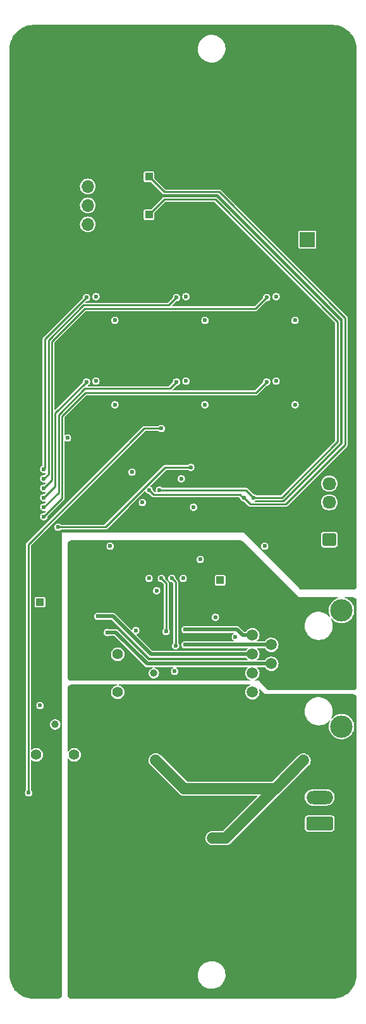
<source format=gbr>
%TF.GenerationSoftware,KiCad,Pcbnew,7.0.10*%
%TF.CreationDate,2024-04-30T16:54:10+09:00*%
%TF.ProjectId,Panel_board,50616e65-6c5f-4626-9f61-72642e6b6963,rev?*%
%TF.SameCoordinates,Original*%
%TF.FileFunction,Copper,L4,Bot*%
%TF.FilePolarity,Positive*%
%FSLAX46Y46*%
G04 Gerber Fmt 4.6, Leading zero omitted, Abs format (unit mm)*
G04 Created by KiCad (PCBNEW 7.0.10) date 2024-04-30 16:54:10*
%MOMM*%
%LPD*%
G01*
G04 APERTURE LIST*
G04 Aperture macros list*
%AMRoundRect*
0 Rectangle with rounded corners*
0 $1 Rounding radius*
0 $2 $3 $4 $5 $6 $7 $8 $9 X,Y pos of 4 corners*
0 Add a 4 corners polygon primitive as box body*
4,1,4,$2,$3,$4,$5,$6,$7,$8,$9,$2,$3,0*
0 Add four circle primitives for the rounded corners*
1,1,$1+$1,$2,$3*
1,1,$1+$1,$4,$5*
1,1,$1+$1,$6,$7*
1,1,$1+$1,$8,$9*
0 Add four rect primitives between the rounded corners*
20,1,$1+$1,$2,$3,$4,$5,0*
20,1,$1+$1,$4,$5,$6,$7,0*
20,1,$1+$1,$6,$7,$8,$9,0*
20,1,$1+$1,$8,$9,$2,$3,0*%
G04 Aperture macros list end*
%TA.AperFunction,ComponentPad*%
%ADD10R,1.000000X1.000000*%
%TD*%
%TA.AperFunction,ComponentPad*%
%ADD11RoundRect,0.250000X0.675000X-0.600000X0.675000X0.600000X-0.675000X0.600000X-0.675000X-0.600000X0*%
%TD*%
%TA.AperFunction,ComponentPad*%
%ADD12O,1.850000X1.700000*%
%TD*%
%TA.AperFunction,ComponentPad*%
%ADD13C,1.400000*%
%TD*%
%TA.AperFunction,ComponentPad*%
%ADD14RoundRect,0.250000X1.550000X-0.650000X1.550000X0.650000X-1.550000X0.650000X-1.550000X-0.650000X0*%
%TD*%
%TA.AperFunction,ComponentPad*%
%ADD15O,3.600000X1.800000*%
%TD*%
%TA.AperFunction,ComponentPad*%
%ADD16R,1.500000X1.500000*%
%TD*%
%TA.AperFunction,ComponentPad*%
%ADD17C,1.500000*%
%TD*%
%TA.AperFunction,ComponentPad*%
%ADD18C,3.000000*%
%TD*%
%TA.AperFunction,ComponentPad*%
%ADD19R,2.000000X2.000000*%
%TD*%
%TA.AperFunction,ComponentPad*%
%ADD20C,2.000000*%
%TD*%
%TA.AperFunction,ComponentPad*%
%ADD21R,1.700000X1.700000*%
%TD*%
%TA.AperFunction,ComponentPad*%
%ADD22O,1.700000X1.700000*%
%TD*%
%TA.AperFunction,ViaPad*%
%ADD23C,0.600000*%
%TD*%
%TA.AperFunction,ViaPad*%
%ADD24C,1.000000*%
%TD*%
%TA.AperFunction,Conductor*%
%ADD25C,1.500000*%
%TD*%
%TA.AperFunction,Conductor*%
%ADD26C,0.250000*%
%TD*%
%TA.AperFunction,Conductor*%
%ADD27C,0.500000*%
%TD*%
G04 APERTURE END LIST*
D10*
%TO.P,TP8,1,1*%
%TO.N,/SDA*%
X-8382000Y-22225000D03*
%TD*%
D11*
%TO.P,J2,1,Pin_1*%
%TO.N,+5VA*%
X15765000Y-65726000D03*
D12*
%TO.P,J2,2,Pin_2*%
%TO.N,GND*%
X15765000Y-63226000D03*
%TO.P,J2,3,Pin_3*%
%TO.N,/A-*%
X15765000Y-60726000D03*
%TO.P,J2,4,Pin_4*%
%TO.N,/A+*%
X15765000Y-58226000D03*
%TD*%
D13*
%TO.P,U1,1,-Vin*%
%TO.N,GNDPWR*%
X-15875000Y-94533000D03*
%TO.P,U1,2,+Vin*%
%TO.N,Net-(U1-+Vin)*%
X-18415000Y-94533000D03*
%TO.P,U1,3,-Vout*%
%TO.N,GND*%
X-20955000Y-94533000D03*
%TO.P,U1,4,+Vout*%
%TO.N,Net-(U1-+Vout)*%
X-23495000Y-94533000D03*
%TD*%
D14*
%TO.P,J1,1,Pin_1*%
%TO.N,Net-(J1-Pin_1)*%
X14466500Y-103721000D03*
D15*
%TO.P,J1,2,Pin_2*%
%TO.N,Net-(D1-K)*%
X14466500Y-100221000D03*
%TD*%
D16*
%TO.P,J11,1*%
%TO.N,GNDPWR*%
X8001000Y-87421000D03*
D17*
%TO.P,J11,2*%
%TO.N,Net-(C19-Pad1)*%
X5461000Y-86151000D03*
%TO.P,J11,3*%
%TO.N,/Communication/5V_Comm_GND*%
X8001000Y-84881000D03*
%TO.P,J11,4*%
%TO.N,/Communication/H_INT*%
X5461000Y-83611000D03*
%TO.P,J11,5*%
%TO.N,/Communication/RFID_TX*%
X8001000Y-82341000D03*
%TO.P,J11,6*%
%TO.N,/Communication/RFID_RX*%
X5461000Y-81071000D03*
%TO.P,J11,7*%
%TO.N,/Communication/H_SDA*%
X8001000Y-79801000D03*
%TO.P,J11,8*%
%TO.N,/Communication/H_SCL*%
X5461000Y-78531000D03*
D18*
%TO.P,J11,SH*%
%TO.N,N/C*%
X17401000Y-90746000D03*
X17401000Y-75206000D03*
%TD*%
D10*
%TO.P,TP6,1,1*%
%TO.N,GNDPWR*%
X17399000Y-95295000D03*
%TD*%
%TO.P,TP1,1,1*%
%TO.N,+5V*%
X-22987000Y-74086000D03*
%TD*%
%TO.P,TP7,1,1*%
%TO.N,/SCL*%
X-8382000Y-17145000D03*
%TD*%
%TO.P,TP4,1,1*%
%TO.N,/Communication/5V_Comm_GND*%
X6223000Y-71165000D03*
%TD*%
D19*
%TO.P,BZ1,1,-*%
%TO.N,Net-(BZ1--)*%
X12827000Y-25562000D03*
D20*
%TO.P,BZ1,2,+*%
%TO.N,GND*%
X12827000Y-17962000D03*
%TD*%
D21*
%TO.P,J3,1,Pin_1*%
%TO.N,GND*%
X-16580000Y-26070000D03*
D22*
%TO.P,J3,2,Pin_2*%
%TO.N,+5V*%
X-16580000Y-23530000D03*
%TO.P,J3,3,Pin_3*%
%TO.N,/SDA*%
X-16580000Y-20990000D03*
%TO.P,J3,4,Pin_4*%
%TO.N,/SCL*%
X-16580000Y-18450000D03*
%TD*%
D13*
%TO.P,U8,1,-Vin*%
%TO.N,GNDPWR*%
X-12573000Y-88691000D03*
%TO.P,U8,2,+Vin*%
%TO.N,Net-(U8-+Vin)*%
X-12573000Y-86151000D03*
%TO.P,U8,3,-Vout*%
%TO.N,/Communication/5V_Comm_GND*%
X-12573000Y-83611000D03*
%TO.P,U8,4,+Vout*%
%TO.N,Net-(U8-+Vout)*%
X-12573000Y-81071000D03*
%TD*%
D10*
%TO.P,TP3,1,1*%
%TO.N,/Communication/5V_Comm*%
X1143000Y-71165000D03*
%TD*%
%TO.P,TP5,1,1*%
%TO.N,+12V*%
X12319000Y-95295000D03*
%TD*%
%TO.P,TP2,1,1*%
%TO.N,GND*%
X-22987000Y-79166000D03*
%TD*%
D23*
%TO.N,+5V*%
X-10668000Y-56687000D03*
D24*
X-20955000Y-90469000D03*
D23*
X-889000Y-36367000D03*
X-4064000Y-57576000D03*
X-3429000Y-33192000D03*
X-22987000Y-87929000D03*
X11176000Y-47670000D03*
X-2413000Y-61386000D03*
X-19304000Y-52115000D03*
X-12954000Y-47670000D03*
X-889000Y-47670000D03*
X-3429000Y-44495000D03*
X8636000Y-44495000D03*
X-15494000Y-33192000D03*
X7112000Y-66593000D03*
X11176000Y-36367000D03*
X-9271000Y-60751000D03*
X8636000Y-33192000D03*
X-15494000Y-44495000D03*
X-12954000Y-36367000D03*
D24*
%TO.N,+12V*%
X-7493000Y-95250000D03*
X127000Y-105664000D03*
D23*
%TO.N,GND*%
X-5715000Y-58420000D03*
X-5969000Y-33274000D03*
X-17653000Y-53848000D03*
X4826000Y-21717000D03*
X-18034000Y-44577000D03*
X6096000Y-33274000D03*
X6477000Y-20066000D03*
X6096000Y-44577000D03*
X-5969000Y-44577000D03*
X-6858000Y-19685000D03*
X-18034000Y-33274000D03*
%TO.N,/H_INT*%
X-2794000Y-56052000D03*
X-20574000Y-64053000D03*
%TO.N,/PWR_USB*%
X-6731000Y-50845000D03*
X-24511000Y-99613000D03*
%TO.N,/SCL*%
X4318000Y-60116000D03*
X-8382000Y-59100000D03*
%TO.N,/SDA*%
X5588000Y-60116000D03*
X-6985000Y-59100000D03*
%TO.N,/NET_L*%
X7366000Y-33319000D03*
X-22479000Y-58846000D03*
%TO.N,/TARE_L*%
X-22479000Y-57576000D03*
X-4699000Y-33319000D03*
%TO.N,/BTN1_L*%
X-16764000Y-33319000D03*
X-22479000Y-56306000D03*
%TO.N,/BTN2_L*%
X7366000Y-44622000D03*
X-22479000Y-62656000D03*
%TO.N,/BTN3_L*%
X-4699000Y-44622000D03*
X-22479000Y-61386000D03*
%TO.N,/BTN4_L*%
X-16764000Y-44622000D03*
X-22479000Y-60116000D03*
%TO.N,/Communication/5V_Comm*%
X508000Y-76118000D03*
X-1524000Y-68371000D03*
X-8382000Y-70911000D03*
X-4953000Y-83357000D03*
X3175000Y-78785000D03*
X-13589000Y-66593000D03*
X-10160000Y-77896000D03*
X-3810000Y-70911000D03*
D24*
X-7747000Y-83611000D03*
D23*
X-7366000Y-72562000D03*
D24*
%TO.N,GNDPWR*%
X1524000Y-102616000D03*
X889000Y-96139000D03*
X889000Y-85979000D03*
D23*
%TO.N,Net-(U2-SDA2)*%
X-4826000Y-79928000D03*
X-5334000Y-70911000D03*
%TO.N,/Communication/RFID_TX*%
X-13970000Y-78150000D03*
%TO.N,/Communication/RFID_RX*%
X-15240000Y-75991000D03*
%TO.N,/Communication/H_SDA*%
X-3556000Y-79801000D03*
%TO.N,/Communication/H_SCL*%
X-3556000Y-77769000D03*
%TO.N,Net-(U2-SCL2)*%
X-6096000Y-78023000D03*
X-6731000Y-70911000D03*
%TD*%
D25*
%TO.N,+12V*%
X8554000Y-99060000D02*
X2667000Y-99060000D01*
X8554000Y-99060000D02*
X8509000Y-99060000D01*
X-3683000Y-99060000D02*
X-7493000Y-95250000D01*
X1905000Y-105664000D02*
X127000Y-105664000D01*
X8509000Y-99060000D02*
X2159000Y-105410000D01*
X2667000Y-99060000D02*
X-3683000Y-99060000D01*
X2159000Y-105410000D02*
X1905000Y-105664000D01*
X12319000Y-95295000D02*
X8554000Y-99060000D01*
D26*
%TO.N,/H_INT*%
X-6217884Y-56052000D02*
X-14218884Y-64053000D01*
X-20574000Y-64053000D02*
X-14218884Y-64053000D01*
X-2794000Y-56052000D02*
X-6217884Y-56052000D01*
%TO.N,/PWR_USB*%
X-9017000Y-50845000D02*
X-6731000Y-50845000D01*
X-24520000Y-66348000D02*
X-9017000Y-50845000D01*
X-24511000Y-99613000D02*
X-24520000Y-99604000D01*
X-24520000Y-99604000D02*
X-24520000Y-66348000D01*
%TO.N,/SCL*%
X1016000Y-19177000D02*
X17907000Y-36068000D01*
X-6350000Y-19177000D02*
X1016000Y-19177000D01*
X-7757000Y-59725000D02*
X3800000Y-59725000D01*
X5207000Y-61005000D02*
X4318000Y-60116000D01*
X-8382000Y-59100000D02*
X-7757000Y-59725000D01*
X3800000Y-59725000D02*
X4191000Y-60116000D01*
X-8382000Y-17145000D02*
X-6350000Y-19177000D01*
X17907000Y-36068000D02*
X17907000Y-53004000D01*
X9906000Y-61005000D02*
X5207000Y-61005000D01*
X17907000Y-53004000D02*
X9906000Y-61005000D01*
X4191000Y-60116000D02*
X4318000Y-60116000D01*
%TO.N,/SDA*%
X9398000Y-60116000D02*
X5588000Y-60116000D01*
X4572000Y-59100000D02*
X5588000Y-60116000D01*
X16891000Y-36576000D02*
X16891000Y-52623000D01*
X-6985000Y-59100000D02*
X4572000Y-59100000D01*
X-6350000Y-20193000D02*
X508000Y-20193000D01*
X508000Y-20193000D02*
X16891000Y-36576000D01*
X-8382000Y-22225000D02*
X-6350000Y-20193000D01*
X16891000Y-52623000D02*
X9398000Y-60116000D01*
%TO.N,/NET_L*%
X-16957906Y-34785698D02*
X5899302Y-34785698D01*
X5899302Y-34785698D02*
X7366000Y-33319000D01*
X-21404000Y-39231792D02*
X-16957906Y-34785698D01*
X-21404000Y-57771000D02*
X-21404000Y-39231792D01*
X-22479000Y-58846000D02*
X-21404000Y-57771000D01*
%TO.N,/TARE_L*%
X-22479000Y-57576000D02*
X-21854000Y-56951000D01*
X-5715698Y-34335698D02*
X-4699000Y-33319000D01*
X-21854000Y-56951000D02*
X-21854000Y-39045396D01*
X-17144302Y-34335698D02*
X-5715698Y-34335698D01*
X-21854000Y-39045396D02*
X-17144302Y-34335698D01*
%TO.N,/BTN1_L*%
X-22304000Y-38859000D02*
X-16764000Y-33319000D01*
X-22479000Y-56306000D02*
X-22304000Y-56131000D01*
X-22304000Y-56131000D02*
X-22304000Y-38859000D01*
%TO.N,/BTN2_L*%
X-20054000Y-60231000D02*
X-20054000Y-49194000D01*
X5904104Y-46083896D02*
X7366000Y-44622000D01*
X-22479000Y-62656000D02*
X-20054000Y-60231000D01*
X-20054000Y-49194000D02*
X-20054000Y-49184792D01*
X-20054000Y-49184792D02*
X-16953104Y-46083896D01*
X-16953104Y-46083896D02*
X5904104Y-46083896D01*
%TO.N,/BTN3_L*%
X-17017302Y-45511698D02*
X-17016604Y-45511000D01*
X-17016604Y-45511000D02*
X-5588000Y-45511000D01*
X-20504000Y-48998396D02*
X-17017302Y-45511698D01*
X-20504000Y-59411000D02*
X-20504000Y-48998396D01*
X-5588000Y-45511000D02*
X-4699000Y-44622000D01*
X-22479000Y-61386000D02*
X-20504000Y-59411000D01*
%TO.N,/BTN4_L*%
X-20954000Y-58591000D02*
X-20954000Y-48812000D01*
X-20954000Y-48812000D02*
X-16764000Y-44622000D01*
X-22479000Y-60116000D02*
X-20954000Y-58591000D01*
%TO.N,Net-(U2-SDA2)*%
X-4826000Y-71419000D02*
X-5334000Y-70911000D01*
X-4826000Y-79928000D02*
X-4826000Y-71419000D01*
D27*
%TO.N,/Communication/RFID_TX*%
X-12827000Y-78150000D02*
X-13970000Y-78150000D01*
X-8636000Y-82341000D02*
X-12827000Y-78150000D01*
X8001000Y-82341000D02*
X-8636000Y-82341000D01*
%TO.N,/Communication/RFID_RX*%
X5461000Y-81071000D02*
X-8128000Y-81071000D01*
X-13208000Y-75991000D02*
X-8128000Y-81071000D01*
X-13208000Y-75991000D02*
X-15240000Y-75991000D01*
%TO.N,/Communication/H_SDA*%
X-3556000Y-79801000D02*
X8001000Y-79801000D01*
%TO.N,/Communication/H_SCL*%
X4191000Y-78531000D02*
X5461000Y-78531000D01*
X-3556000Y-77769000D02*
X3429000Y-77769000D01*
X3429000Y-77769000D02*
X4191000Y-78531000D01*
D26*
%TO.N,Net-(U2-SCL2)*%
X-6096000Y-71546000D02*
X-6731000Y-70911000D01*
X-6096000Y-78023000D02*
X-6096000Y-71546000D01*
%TD*%
%TA.AperFunction,Conductor*%
%TO.N,GNDPWR*%
G36*
X-12674714Y-85153306D02*
G01*
X-12656408Y-85197500D01*
X-12674714Y-85241694D01*
X-12705914Y-85258634D01*
X-12852797Y-85289854D01*
X-12852814Y-85289860D01*
X-13025725Y-85366846D01*
X-13025734Y-85366851D01*
X-13175473Y-85475643D01*
X-13178871Y-85478112D01*
X-13305533Y-85618784D01*
X-13400179Y-85782716D01*
X-13400180Y-85782719D01*
X-13400181Y-85782721D01*
X-13454988Y-85951401D01*
X-13458674Y-85962744D01*
X-13478460Y-86151000D01*
X-13458674Y-86339256D01*
X-13400179Y-86519284D01*
X-13305533Y-86683216D01*
X-13178871Y-86823888D01*
X-13025730Y-86935151D01*
X-12852803Y-87012144D01*
X-12667646Y-87051500D01*
X-12478354Y-87051500D01*
X-12293202Y-87012145D01*
X-12293197Y-87012144D01*
X-12293188Y-87012140D01*
X-12293185Y-87012139D01*
X-12120274Y-86935153D01*
X-12120265Y-86935148D01*
X-11967129Y-86823888D01*
X-11967128Y-86823887D01*
X-11894901Y-86743671D01*
X-11840467Y-86683216D01*
X-11745821Y-86519284D01*
X-11745820Y-86519282D01*
X-11745818Y-86519278D01*
X-11687326Y-86339258D01*
X-11667540Y-86151000D01*
X-11687326Y-85962741D01*
X-11745818Y-85782721D01*
X-11840466Y-85618785D01*
X-11967128Y-85478112D01*
X-11967129Y-85478111D01*
X-12120265Y-85366851D01*
X-12120274Y-85366846D01*
X-12293185Y-85289860D01*
X-12293202Y-85289854D01*
X-12440086Y-85258634D01*
X-12479509Y-85231540D01*
X-12488226Y-85184506D01*
X-12461132Y-85145083D01*
X-12427092Y-85135000D01*
X5114593Y-85135000D01*
X5158787Y-85153306D01*
X5177093Y-85197500D01*
X5158787Y-85241694D01*
X5132738Y-85257307D01*
X5095499Y-85268604D01*
X5095498Y-85268604D01*
X5095493Y-85268606D01*
X4930380Y-85356860D01*
X4930374Y-85356864D01*
X4785643Y-85475643D01*
X4666864Y-85620374D01*
X4666860Y-85620380D01*
X4578606Y-85785493D01*
X4524252Y-85964670D01*
X4505901Y-86150999D01*
X4505901Y-86151000D01*
X4524252Y-86337329D01*
X4544780Y-86405000D01*
X4564145Y-86468838D01*
X4578606Y-86516506D01*
X4666860Y-86681619D01*
X4666864Y-86681625D01*
X4785643Y-86826357D01*
X4930375Y-86945136D01*
X4930377Y-86945137D01*
X4930380Y-86945139D01*
X5095493Y-87033393D01*
X5095499Y-87033396D01*
X5274669Y-87087747D01*
X5461000Y-87106099D01*
X5647331Y-87087747D01*
X5826501Y-87033396D01*
X5991625Y-86945136D01*
X6136357Y-86826357D01*
X6255136Y-86681625D01*
X6343396Y-86516501D01*
X6397747Y-86337331D01*
X6416099Y-86151000D01*
X6397747Y-85964669D01*
X6350900Y-85810237D01*
X6355589Y-85762635D01*
X6392566Y-85732288D01*
X6440171Y-85736977D01*
X6454903Y-85747903D01*
X7112000Y-86405000D01*
X18926906Y-86405000D01*
X18935064Y-86405535D01*
X19052252Y-86420963D01*
X19068012Y-86425186D01*
X19173397Y-86468838D01*
X19187527Y-86476996D01*
X19278025Y-86546438D01*
X19289561Y-86557974D01*
X19359003Y-86648472D01*
X19367161Y-86662602D01*
X19400742Y-86743671D01*
X19405500Y-86767589D01*
X19405500Y-123998370D01*
X19405414Y-124001641D01*
X19388281Y-124328547D01*
X19387598Y-124335053D01*
X19336641Y-124656788D01*
X19335280Y-124663187D01*
X19250978Y-124977804D01*
X19248957Y-124984026D01*
X19132222Y-125288129D01*
X19129561Y-125294105D01*
X18981686Y-125584329D01*
X18978415Y-125589995D01*
X18801007Y-125863178D01*
X18797166Y-125868464D01*
X18664205Y-126032659D01*
X18592173Y-126121611D01*
X18587795Y-126126472D01*
X18357472Y-126356795D01*
X18352610Y-126361173D01*
X18099464Y-126566166D01*
X18094178Y-126570007D01*
X17820995Y-126747415D01*
X17815329Y-126750686D01*
X17525105Y-126898561D01*
X17519129Y-126901222D01*
X17215026Y-127017957D01*
X17208804Y-127019978D01*
X16894187Y-127104280D01*
X16887788Y-127105641D01*
X16566053Y-127156598D01*
X16559547Y-127157281D01*
X16280345Y-127171914D01*
X16277074Y-127172000D01*
X-18799906Y-127172000D01*
X-18808064Y-127171465D01*
X-18925252Y-127156036D01*
X-18941012Y-127151813D01*
X-19046397Y-127108161D01*
X-19060527Y-127100003D01*
X-19151025Y-127030561D01*
X-19162561Y-127019025D01*
X-19232003Y-126928527D01*
X-19240161Y-126914397D01*
X-19283813Y-126809012D01*
X-19288036Y-126793252D01*
X-19303465Y-126676063D01*
X-19304000Y-126667905D01*
X-19304000Y-124067765D01*
X-1854212Y-124067765D01*
X-1824586Y-124337018D01*
X-1756072Y-124599088D01*
X-1650130Y-124848390D01*
X-1509018Y-125079610D01*
X-1335745Y-125287820D01*
X-1335735Y-125287828D01*
X-1335732Y-125287832D01*
X-1230759Y-125381888D01*
X-1134002Y-125468582D01*
X-908090Y-125618044D01*
X-662824Y-125733020D01*
X-403431Y-125811060D01*
X-135439Y-125850500D01*
X-135438Y-125850500D01*
X67628Y-125850500D01*
X67631Y-125850500D01*
X67634Y-125850499D01*
X67652Y-125850499D01*
X270147Y-125835678D01*
X270149Y-125835677D01*
X270156Y-125835677D01*
X534553Y-125776780D01*
X787558Y-125680014D01*
X1023777Y-125547441D01*
X1238177Y-125381888D01*
X1426186Y-125186881D01*
X1583799Y-124966579D01*
X1707656Y-124725675D01*
X1795118Y-124469305D01*
X1844319Y-124202933D01*
X1854212Y-123932235D01*
X1824586Y-123662982D01*
X1756072Y-123400912D01*
X1650130Y-123151610D01*
X1509018Y-122920390D01*
X1419743Y-122813115D01*
X1335746Y-122712181D01*
X1335732Y-122712167D01*
X1134011Y-122531425D01*
X1134004Y-122531420D01*
X1134002Y-122531418D01*
X1014807Y-122452559D01*
X908093Y-122381957D01*
X908091Y-122381956D01*
X766610Y-122315633D01*
X662824Y-122266980D01*
X662821Y-122266979D01*
X662819Y-122266978D01*
X403440Y-122188942D01*
X403426Y-122188939D01*
X135445Y-122149500D01*
X135439Y-122149500D01*
X-67631Y-122149500D01*
X-67652Y-122149500D01*
X-270147Y-122164321D01*
X-270155Y-122164322D01*
X-270156Y-122164323D01*
X-534553Y-122223220D01*
X-534554Y-122223220D01*
X-787559Y-122319986D01*
X-1023776Y-122452558D01*
X-1023777Y-122452559D01*
X-1238177Y-122618112D01*
X-1238179Y-122618114D01*
X-1238184Y-122618118D01*
X-1426182Y-122813115D01*
X-1426190Y-122813124D01*
X-1583795Y-123033414D01*
X-1583797Y-123033419D01*
X-1583799Y-123033421D01*
X-1707656Y-123274325D01*
X-1707657Y-123274328D01*
X-1707659Y-123274332D01*
X-1750842Y-123400912D01*
X-1795118Y-123530695D01*
X-1844319Y-123797067D01*
X-1854212Y-124067765D01*
X-19304000Y-124067765D01*
X-19304000Y-95027460D01*
X-19285694Y-94983266D01*
X-19241500Y-94964960D01*
X-19197306Y-94983266D01*
X-19187375Y-94996207D01*
X-19147533Y-95065216D01*
X-19020871Y-95205888D01*
X-18867730Y-95317151D01*
X-18694803Y-95394144D01*
X-18509646Y-95433500D01*
X-18320354Y-95433500D01*
X-18135202Y-95394145D01*
X-18135197Y-95394144D01*
X-18135188Y-95394140D01*
X-18135185Y-95394139D01*
X-17974387Y-95322546D01*
X-8445644Y-95322546D01*
X-8411539Y-95512828D01*
X-8339830Y-95692348D01*
X-8233451Y-95853759D01*
X-4364155Y-99723053D01*
X-4363089Y-99724147D01*
X-4305323Y-99784919D01*
X-4305320Y-99784921D01*
X-4257604Y-99818132D01*
X-4253822Y-99820982D01*
X-4208751Y-99857734D01*
X-4180024Y-99872738D01*
X-4173258Y-99876838D01*
X-4163056Y-99883939D01*
X-4146658Y-99895353D01*
X-4093221Y-99918283D01*
X-4088959Y-99920306D01*
X-4037406Y-99947237D01*
X-4006239Y-99956154D01*
X-3998803Y-99958801D01*
X-3969012Y-99971587D01*
X-3912033Y-99983295D01*
X-3907474Y-99984414D01*
X-3851551Y-100000417D01*
X-3819226Y-100002877D01*
X-3811398Y-100003975D01*
X-3779656Y-100010500D01*
X-3721521Y-100010500D01*
X-3716776Y-100010680D01*
X-3714390Y-100010861D01*
X-3658797Y-100015095D01*
X-3626651Y-100011000D01*
X-3618755Y-100010500D01*
X2570344Y-100010500D01*
X6063402Y-100010500D01*
X6107596Y-100028806D01*
X6125902Y-100073000D01*
X6107596Y-100117194D01*
X1529596Y-104695194D01*
X1485402Y-104713500D01*
X78787Y-104713500D01*
X-65318Y-104728154D01*
X-65319Y-104728154D01*
X-249766Y-104786025D01*
X-249768Y-104786026D01*
X-418791Y-104879841D01*
X-418796Y-104879845D01*
X-418797Y-104879846D01*
X-565463Y-105005755D01*
X-565464Y-105005757D01*
X-565468Y-105005760D01*
X-683796Y-105158627D01*
X-768930Y-105332184D01*
X-817385Y-105519326D01*
X-827176Y-105712390D01*
X-797903Y-105903474D01*
X-730764Y-106084753D01*
X-628509Y-106248807D01*
X-495323Y-106388919D01*
X-336658Y-106499353D01*
X-159012Y-106575587D01*
X30344Y-106614500D01*
X1892143Y-106614500D01*
X1893726Y-106614520D01*
X1977546Y-106616644D01*
X2034795Y-106606382D01*
X2039456Y-106605728D01*
X2097321Y-106599845D01*
X2128258Y-106590137D01*
X2135921Y-106588256D01*
X2167828Y-106582539D01*
X2167831Y-106582537D01*
X2167834Y-106582537D01*
X2202874Y-106568539D01*
X2221824Y-106560969D01*
X2226285Y-106559381D01*
X2281768Y-106541974D01*
X2310114Y-106526239D01*
X2317238Y-106522856D01*
X2347348Y-106510830D01*
X2395914Y-106478820D01*
X2399937Y-106476383D01*
X2450791Y-106448159D01*
X2475395Y-106427035D01*
X2481686Y-106422291D01*
X2508759Y-106404451D01*
X2549889Y-106363319D01*
X2553346Y-106360116D01*
X2597468Y-106322240D01*
X2617304Y-106296612D01*
X2622526Y-106290682D01*
X2865192Y-106048018D01*
X4487947Y-104425262D01*
X12466000Y-104425262D01*
X12468853Y-104455696D01*
X12468854Y-104455701D01*
X12513707Y-104583882D01*
X12513707Y-104583883D01*
X12554028Y-104638516D01*
X12594350Y-104693150D01*
X12703618Y-104773793D01*
X12831801Y-104818646D01*
X12862234Y-104821500D01*
X12862238Y-104821500D01*
X16070762Y-104821500D01*
X16070766Y-104821500D01*
X16101199Y-104818646D01*
X16229382Y-104773793D01*
X16338650Y-104693150D01*
X16419293Y-104583882D01*
X16464146Y-104455699D01*
X16467000Y-104425266D01*
X16467000Y-103016734D01*
X16464146Y-102986301D01*
X16419293Y-102858118D01*
X16338650Y-102748850D01*
X16229382Y-102668207D01*
X16101201Y-102623354D01*
X16101196Y-102623353D01*
X16081199Y-102621478D01*
X16070766Y-102620500D01*
X12862234Y-102620500D01*
X12852624Y-102621401D01*
X12831803Y-102623353D01*
X12831798Y-102623354D01*
X12703617Y-102668207D01*
X12703616Y-102668207D01*
X12594350Y-102748850D01*
X12513707Y-102858116D01*
X12513707Y-102858117D01*
X12468854Y-102986298D01*
X12468853Y-102986303D01*
X12466000Y-103016737D01*
X12466000Y-104425262D01*
X4487947Y-104425262D01*
X8744810Y-100168398D01*
X12462245Y-100168398D01*
X12472245Y-100378324D01*
X12472245Y-100378330D01*
X12497306Y-100481629D01*
X12521796Y-100582576D01*
X12609104Y-100773753D01*
X12609105Y-100773754D01*
X12731011Y-100944949D01*
X12731013Y-100944951D01*
X12731014Y-100944952D01*
X12883122Y-101089986D01*
X12883124Y-101089987D01*
X12883127Y-101089990D01*
X13059922Y-101203610D01*
X13059925Y-101203611D01*
X13059928Y-101203613D01*
X13169093Y-101247316D01*
X13255037Y-101281723D01*
X13255040Y-101281724D01*
X13255043Y-101281725D01*
X13461415Y-101321500D01*
X13461417Y-101321500D01*
X15418916Y-101321500D01*
X15418925Y-101321500D01*
X15575718Y-101306528D01*
X15777375Y-101247316D01*
X15964182Y-101151011D01*
X16129386Y-101021092D01*
X16267019Y-100862256D01*
X16372104Y-100680244D01*
X16440844Y-100481633D01*
X16470754Y-100273602D01*
X16460754Y-100063670D01*
X16411204Y-99859424D01*
X16323896Y-99668247D01*
X16260871Y-99579740D01*
X16201988Y-99497050D01*
X16122132Y-99420908D01*
X16049878Y-99352014D01*
X16049875Y-99352012D01*
X16049872Y-99352009D01*
X15873077Y-99238389D01*
X15677962Y-99160276D01*
X15677959Y-99160275D01*
X15549267Y-99135472D01*
X15471585Y-99120500D01*
X13514075Y-99120500D01*
X13514074Y-99120500D01*
X13357280Y-99135472D01*
X13155624Y-99194683D01*
X12968821Y-99290987D01*
X12968810Y-99290994D01*
X12803613Y-99420908D01*
X12803612Y-99420909D01*
X12665983Y-99579740D01*
X12665983Y-99579741D01*
X12560896Y-99761755D01*
X12492155Y-99960370D01*
X12462245Y-100168398D01*
X8744810Y-100168398D01*
X9021283Y-99891925D01*
X9031066Y-99883947D01*
X9044925Y-99874813D01*
X9048925Y-99872390D01*
X9099791Y-99844159D01*
X9124395Y-99823035D01*
X9130686Y-99818291D01*
X9157759Y-99800451D01*
X9198889Y-99759319D01*
X9202346Y-99756116D01*
X9246468Y-99718240D01*
X9266304Y-99692612D01*
X9271526Y-99686682D01*
X13025192Y-95933018D01*
X13116734Y-95820751D01*
X13206237Y-95649406D01*
X13259417Y-95463552D01*
X13274095Y-95270797D01*
X13249672Y-95079033D01*
X13249670Y-95079029D01*
X13249670Y-95079024D01*
X13210680Y-94964960D01*
X13187147Y-94896111D01*
X13089081Y-94729519D01*
X12959487Y-94586079D01*
X12803671Y-94471661D01*
X12761457Y-94452265D01*
X12628009Y-94390950D01*
X12439704Y-94347253D01*
X12246454Y-94342356D01*
X12056172Y-94376461D01*
X12056168Y-94376462D01*
X12056165Y-94376463D01*
X11876651Y-94448170D01*
X11715241Y-94554548D01*
X11715237Y-94554552D01*
X8178596Y-98091194D01*
X8134402Y-98109500D01*
X-3263402Y-98109500D01*
X-3307596Y-98091194D01*
X-6854983Y-94543806D01*
X-6967250Y-94452265D01*
X-7138595Y-94362762D01*
X-7241752Y-94333245D01*
X-7324448Y-94309583D01*
X-7517203Y-94294905D01*
X-7517204Y-94294905D01*
X-7517208Y-94294905D01*
X-7708963Y-94319327D01*
X-7708965Y-94319327D01*
X-7708967Y-94319328D01*
X-7891889Y-94381852D01*
X-7891890Y-94381852D01*
X-7891891Y-94381853D01*
X-8058480Y-94479918D01*
X-8141085Y-94554549D01*
X-8201921Y-94609513D01*
X-8316339Y-94765329D01*
X-8397048Y-94940987D01*
X-8397049Y-94940990D01*
X-8397049Y-94940991D01*
X-8425876Y-95065214D01*
X-8440747Y-95129295D01*
X-8445644Y-95322546D01*
X-17974387Y-95322546D01*
X-17962274Y-95317153D01*
X-17962265Y-95317148D01*
X-17809129Y-95205888D01*
X-17809128Y-95205887D01*
X-17795118Y-95190327D01*
X-17682467Y-95065216D01*
X-17587821Y-94901284D01*
X-17587820Y-94901282D01*
X-17587818Y-94901278D01*
X-17529326Y-94721258D01*
X-17509540Y-94533000D01*
X-17529326Y-94344741D01*
X-17587818Y-94164721D01*
X-17682466Y-94000785D01*
X-17809128Y-93860112D01*
X-17809129Y-93860111D01*
X-17962265Y-93748851D01*
X-17962274Y-93748846D01*
X-18135185Y-93671860D01*
X-18135202Y-93671854D01*
X-18320354Y-93632500D01*
X-18509646Y-93632500D01*
X-18694797Y-93671854D01*
X-18694814Y-93671860D01*
X-18867725Y-93748846D01*
X-18867734Y-93748851D01*
X-19020870Y-93860111D01*
X-19020871Y-93860112D01*
X-19147533Y-94000784D01*
X-19169331Y-94038539D01*
X-19187373Y-94069789D01*
X-19225324Y-94098909D01*
X-19272750Y-94092666D01*
X-19301870Y-94054715D01*
X-19304000Y-94038539D01*
X-19304000Y-88759676D01*
X12471737Y-88759676D01*
X12486810Y-88896661D01*
X12501764Y-89032571D01*
X12571204Y-89298182D01*
X12678577Y-89550852D01*
X12732261Y-89638816D01*
X12821596Y-89785198D01*
X12916133Y-89898795D01*
X12997209Y-89996218D01*
X12997213Y-89996222D01*
X12997221Y-89996230D01*
X13201678Y-90179424D01*
X13279161Y-90230685D01*
X13430641Y-90330904D01*
X13679221Y-90447433D01*
X13942119Y-90526527D01*
X14213731Y-90566500D01*
X14213732Y-90566500D01*
X14419544Y-90566500D01*
X14419547Y-90566500D01*
X14419550Y-90566499D01*
X14419568Y-90566499D01*
X14624796Y-90551478D01*
X14624798Y-90551477D01*
X14624805Y-90551477D01*
X14892775Y-90491784D01*
X15149198Y-90393711D01*
X15388609Y-90259347D01*
X15605904Y-90091557D01*
X15773325Y-89917905D01*
X15817176Y-89898795D01*
X15861697Y-89916291D01*
X15880808Y-89960143D01*
X15872446Y-89992533D01*
X15864609Y-90006108D01*
X15771489Y-90243369D01*
X15714778Y-90491841D01*
X15714778Y-90491843D01*
X15695732Y-90745996D01*
X15695732Y-90746003D01*
X15714778Y-91000156D01*
X15714778Y-91000158D01*
X15771489Y-91248630D01*
X15771492Y-91248637D01*
X15864607Y-91485888D01*
X15992041Y-91706612D01*
X15992043Y-91706615D01*
X15992047Y-91706621D01*
X16150943Y-91905869D01*
X16150946Y-91905872D01*
X16150950Y-91905877D01*
X16337783Y-92079232D01*
X16337788Y-92079235D01*
X16337791Y-92079238D01*
X16470802Y-92169922D01*
X16548366Y-92222805D01*
X16777996Y-92333389D01*
X16899769Y-92370951D01*
X17021534Y-92408511D01*
X17021537Y-92408511D01*
X17021542Y-92408513D01*
X17273565Y-92446500D01*
X17273571Y-92446500D01*
X17528429Y-92446500D01*
X17528435Y-92446500D01*
X17780458Y-92408513D01*
X17780463Y-92408511D01*
X17780466Y-92408511D01*
X17872033Y-92380265D01*
X18024004Y-92333389D01*
X18253634Y-92222805D01*
X18464217Y-92079232D01*
X18651050Y-91905877D01*
X18809959Y-91706612D01*
X18937393Y-91485888D01*
X19030508Y-91248637D01*
X19087222Y-91000157D01*
X19106268Y-90746000D01*
X19087222Y-90491843D01*
X19050489Y-90330904D01*
X19030510Y-90243369D01*
X19030508Y-90243363D01*
X18937393Y-90006112D01*
X18809959Y-89785388D01*
X18809954Y-89785382D01*
X18809952Y-89785378D01*
X18651056Y-89586130D01*
X18651053Y-89586127D01*
X18651050Y-89586123D01*
X18464217Y-89412768D01*
X18464211Y-89412764D01*
X18464208Y-89412761D01*
X18253634Y-89269195D01*
X18024004Y-89158611D01*
X18024001Y-89158610D01*
X18023999Y-89158609D01*
X18023995Y-89158608D01*
X17780465Y-89083488D01*
X17780466Y-89083488D01*
X17634976Y-89061558D01*
X17528435Y-89045500D01*
X17273565Y-89045500D01*
X17021533Y-89083488D01*
X16778004Y-89158608D01*
X16778000Y-89158609D01*
X16548365Y-89269195D01*
X16337791Y-89412761D01*
X16150948Y-89586124D01*
X16116819Y-89628921D01*
X16074952Y-89652059D01*
X16028986Y-89638816D01*
X16005848Y-89596949D01*
X16012370Y-89561377D01*
X16081727Y-89426479D01*
X16170370Y-89166646D01*
X16220236Y-88896674D01*
X16230262Y-88622320D01*
X16200236Y-88349429D01*
X16130796Y-88083818D01*
X16023423Y-87831148D01*
X15880405Y-87596804D01*
X15704791Y-87385782D01*
X15704785Y-87385777D01*
X15704778Y-87385769D01*
X15500321Y-87202575D01*
X15326757Y-87087747D01*
X15271359Y-87051096D01*
X15022779Y-86934567D01*
X15022776Y-86934566D01*
X15022777Y-86934566D01*
X14759890Y-86855475D01*
X14759876Y-86855472D01*
X14488275Y-86815500D01*
X14488269Y-86815500D01*
X14282453Y-86815500D01*
X14282431Y-86815500D01*
X14077203Y-86830521D01*
X13809225Y-86890216D01*
X13809223Y-86890216D01*
X13552800Y-86988289D01*
X13313390Y-87122653D01*
X13096093Y-87290445D01*
X12905542Y-87488088D01*
X12905541Y-87488089D01*
X12745807Y-87711358D01*
X12745804Y-87711362D01*
X12620269Y-87955528D01*
X12531634Y-88215340D01*
X12531628Y-88215360D01*
X12481765Y-88485317D01*
X12481763Y-88485338D01*
X12471737Y-88759676D01*
X-19304000Y-88759676D01*
X-19304000Y-85639094D01*
X-19303465Y-85630936D01*
X-19288036Y-85513747D01*
X-19283813Y-85497987D01*
X-19240161Y-85392602D01*
X-19232003Y-85378472D01*
X-19162561Y-85287974D01*
X-19151025Y-85276438D01*
X-19060527Y-85206996D01*
X-19046397Y-85198838D01*
X-18941012Y-85155186D01*
X-18925252Y-85150963D01*
X-18808064Y-85135535D01*
X-18799906Y-85135000D01*
X-12718908Y-85135000D01*
X-12674714Y-85153306D01*
G37*
%TD.AperFunction*%
%TD*%
%TA.AperFunction,Conductor*%
%TO.N,/Communication/5V_Comm_GND*%
G36*
X3860957Y-65831535D02*
G01*
X3978145Y-65846963D01*
X3993905Y-65851186D01*
X4099288Y-65894837D01*
X4113418Y-65902994D01*
X4207202Y-65974957D01*
X4213348Y-65980348D01*
X11684000Y-73451000D01*
X16906716Y-73451000D01*
X16950910Y-73469306D01*
X16969216Y-73513500D01*
X16950910Y-73557694D01*
X16925138Y-73573223D01*
X16778004Y-73618608D01*
X16778000Y-73618609D01*
X16548365Y-73729195D01*
X16337791Y-73872761D01*
X16150948Y-74046125D01*
X16150943Y-74046130D01*
X15992047Y-74245378D01*
X15864608Y-74466109D01*
X15771489Y-74703369D01*
X15714778Y-74951841D01*
X15714778Y-74951843D01*
X15695732Y-75205996D01*
X15695732Y-75206003D01*
X15714778Y-75460156D01*
X15714778Y-75460158D01*
X15771489Y-75708630D01*
X15864608Y-75945890D01*
X15879569Y-75971803D01*
X15885812Y-76019229D01*
X15856692Y-76057180D01*
X15809266Y-76063423D01*
X15777402Y-76043033D01*
X15757592Y-76019229D01*
X15704791Y-75955782D01*
X15704785Y-75955777D01*
X15704778Y-75955769D01*
X15500321Y-75772575D01*
X15345355Y-75670051D01*
X15271359Y-75621096D01*
X15022779Y-75504567D01*
X15022776Y-75504566D01*
X15022777Y-75504566D01*
X14759890Y-75425475D01*
X14759876Y-75425472D01*
X14488275Y-75385500D01*
X14488269Y-75385500D01*
X14282453Y-75385500D01*
X14282431Y-75385500D01*
X14077203Y-75400521D01*
X13809225Y-75460216D01*
X13809223Y-75460216D01*
X13552800Y-75558289D01*
X13313390Y-75692653D01*
X13096093Y-75860445D01*
X12905542Y-76058088D01*
X12905541Y-76058089D01*
X12745807Y-76281358D01*
X12745804Y-76281362D01*
X12620269Y-76525528D01*
X12531634Y-76785340D01*
X12531628Y-76785360D01*
X12481765Y-77055317D01*
X12481763Y-77055338D01*
X12471737Y-77329676D01*
X12500849Y-77594253D01*
X12501764Y-77602571D01*
X12571204Y-77868182D01*
X12678577Y-78120852D01*
X12793781Y-78309621D01*
X12821596Y-78355198D01*
X12922091Y-78475954D01*
X12997209Y-78566218D01*
X12997213Y-78566222D01*
X12997221Y-78566230D01*
X13201678Y-78749424D01*
X13255452Y-78785000D01*
X13430641Y-78900904D01*
X13679221Y-79017433D01*
X13942119Y-79096527D01*
X14213731Y-79136500D01*
X14213732Y-79136500D01*
X14419544Y-79136500D01*
X14419547Y-79136500D01*
X14419550Y-79136499D01*
X14419568Y-79136499D01*
X14624796Y-79121478D01*
X14624798Y-79121477D01*
X14624805Y-79121477D01*
X14892775Y-79061784D01*
X15149198Y-78963711D01*
X15388609Y-78829347D01*
X15605904Y-78661557D01*
X15796454Y-78463916D01*
X15956196Y-78240637D01*
X16081727Y-77996479D01*
X16170370Y-77736646D01*
X16220236Y-77466674D01*
X16230262Y-77192320D01*
X16200236Y-76919429D01*
X16130796Y-76653818D01*
X16024905Y-76404637D01*
X16024469Y-76356806D01*
X16057984Y-76322673D01*
X16105817Y-76322236D01*
X16131291Y-76341225D01*
X16143716Y-76356806D01*
X16150947Y-76365874D01*
X16150950Y-76365877D01*
X16337783Y-76539232D01*
X16337788Y-76539235D01*
X16337791Y-76539238D01*
X16454046Y-76618499D01*
X16548366Y-76682805D01*
X16777996Y-76793389D01*
X16899769Y-76830951D01*
X17021534Y-76868511D01*
X17021537Y-76868511D01*
X17021542Y-76868513D01*
X17273565Y-76906500D01*
X17273571Y-76906500D01*
X17528429Y-76906500D01*
X17528435Y-76906500D01*
X17780458Y-76868513D01*
X17780463Y-76868511D01*
X17780466Y-76868511D01*
X17872033Y-76840265D01*
X18024004Y-76793389D01*
X18253634Y-76682805D01*
X18464217Y-76539232D01*
X18651050Y-76365877D01*
X18809959Y-76166612D01*
X18937393Y-75945888D01*
X19030508Y-75708637D01*
X19034118Y-75692823D01*
X19058643Y-75585370D01*
X19087222Y-75460157D01*
X19106268Y-75206000D01*
X19087222Y-74951843D01*
X19060967Y-74836813D01*
X19030510Y-74703369D01*
X19030508Y-74703363D01*
X18937393Y-74466112D01*
X18809959Y-74245388D01*
X18809954Y-74245382D01*
X18809952Y-74245378D01*
X18651056Y-74046130D01*
X18651053Y-74046127D01*
X18651050Y-74046123D01*
X18464217Y-73872768D01*
X18464211Y-73872764D01*
X18464208Y-73872761D01*
X18253634Y-73729195D01*
X18181531Y-73694472D01*
X18024004Y-73618611D01*
X18024001Y-73618610D01*
X18023999Y-73618609D01*
X18023995Y-73618608D01*
X17876862Y-73573223D01*
X17840027Y-73542704D01*
X17835561Y-73495078D01*
X17866080Y-73458243D01*
X17895284Y-73451000D01*
X18926906Y-73451000D01*
X18935064Y-73451535D01*
X19052252Y-73466963D01*
X19068012Y-73471186D01*
X19173397Y-73514838D01*
X19187527Y-73522996D01*
X19278025Y-73592438D01*
X19289561Y-73603974D01*
X19359003Y-73694472D01*
X19367161Y-73708602D01*
X19400742Y-73789671D01*
X19405500Y-73813589D01*
X19405500Y-85534407D01*
X19400742Y-85558325D01*
X19367159Y-85639400D01*
X19359001Y-85653530D01*
X19289561Y-85744025D01*
X19278025Y-85755561D01*
X19187527Y-85825003D01*
X19173397Y-85833161D01*
X19068012Y-85876813D01*
X19052252Y-85881036D01*
X18935064Y-85896465D01*
X18926906Y-85897000D01*
X7831201Y-85897000D01*
X7823043Y-85896465D01*
X7705854Y-85881036D01*
X7690094Y-85876813D01*
X7584711Y-85833162D01*
X7570581Y-85825005D01*
X7476797Y-85753042D01*
X7470651Y-85747651D01*
X6496448Y-84773448D01*
X6496447Y-84773447D01*
X6350000Y-84627000D01*
X6142899Y-84627000D01*
X5807407Y-84627000D01*
X5763213Y-84608694D01*
X5744907Y-84564500D01*
X5763213Y-84520306D01*
X5789261Y-84504692D01*
X5826501Y-84493396D01*
X5991625Y-84405136D01*
X6136357Y-84286357D01*
X6255136Y-84141625D01*
X6343396Y-83976501D01*
X6397747Y-83797331D01*
X6416099Y-83611000D01*
X6397747Y-83424669D01*
X6343396Y-83245499D01*
X6331580Y-83223393D01*
X6255139Y-83080380D01*
X6255135Y-83080374D01*
X6214012Y-83030266D01*
X6136357Y-82935643D01*
X6095743Y-82902312D01*
X6073195Y-82860126D01*
X6087081Y-82814350D01*
X6129268Y-82791801D01*
X6135394Y-82791500D01*
X7126576Y-82791500D01*
X7170770Y-82809806D01*
X7181694Y-82824536D01*
X7189449Y-82839043D01*
X7206860Y-82871619D01*
X7206864Y-82871625D01*
X7325643Y-83016357D01*
X7470375Y-83135136D01*
X7470377Y-83135137D01*
X7470380Y-83135139D01*
X7618936Y-83214543D01*
X7635499Y-83223396D01*
X7814669Y-83277747D01*
X8001000Y-83296099D01*
X8187331Y-83277747D01*
X8366501Y-83223396D01*
X8531625Y-83135136D01*
X8676357Y-83016357D01*
X8795136Y-82871625D01*
X8883396Y-82706501D01*
X8937747Y-82527331D01*
X8956099Y-82341000D01*
X8937747Y-82154669D01*
X8883396Y-81975499D01*
X8860223Y-81932145D01*
X8795139Y-81810380D01*
X8795135Y-81810374D01*
X8769951Y-81779687D01*
X8676357Y-81665643D01*
X8531625Y-81546864D01*
X8531619Y-81546860D01*
X8366506Y-81458606D01*
X8366503Y-81458605D01*
X8366501Y-81458604D01*
X8267723Y-81428640D01*
X8187329Y-81404252D01*
X8001000Y-81385901D01*
X7814670Y-81404252D01*
X7699188Y-81439284D01*
X7635499Y-81458604D01*
X7635498Y-81458604D01*
X7635493Y-81458606D01*
X7470380Y-81546860D01*
X7470374Y-81546864D01*
X7325643Y-81665643D01*
X7206864Y-81810374D01*
X7206862Y-81810377D01*
X7197443Y-81828000D01*
X7181695Y-81857461D01*
X7144720Y-81887808D01*
X7126576Y-81890500D01*
X6135394Y-81890500D01*
X6091200Y-81872194D01*
X6072894Y-81828000D01*
X6091200Y-81783806D01*
X6095744Y-81779687D01*
X6136357Y-81746357D01*
X6255136Y-81601625D01*
X6343396Y-81436501D01*
X6397747Y-81257331D01*
X6416099Y-81071000D01*
X6397747Y-80884669D01*
X6343396Y-80705499D01*
X6341911Y-80702721D01*
X6255139Y-80540380D01*
X6255135Y-80540374D01*
X6253830Y-80538784D01*
X6136357Y-80395643D01*
X6095743Y-80362312D01*
X6073195Y-80320126D01*
X6087081Y-80274350D01*
X6129268Y-80251801D01*
X6135394Y-80251500D01*
X7126576Y-80251500D01*
X7170770Y-80269806D01*
X7181694Y-80284536D01*
X7190762Y-80301499D01*
X7206860Y-80331619D01*
X7206864Y-80331625D01*
X7325643Y-80476357D01*
X7470375Y-80595136D01*
X7470377Y-80595137D01*
X7470380Y-80595139D01*
X7635493Y-80683393D01*
X7635499Y-80683396D01*
X7814669Y-80737747D01*
X8001000Y-80756099D01*
X8187331Y-80737747D01*
X8366501Y-80683396D01*
X8531625Y-80595136D01*
X8676357Y-80476357D01*
X8795136Y-80331625D01*
X8883396Y-80166501D01*
X8937747Y-79987331D01*
X8956099Y-79801000D01*
X8937747Y-79614669D01*
X8883396Y-79435499D01*
X8874501Y-79418857D01*
X8795139Y-79270380D01*
X8795135Y-79270374D01*
X8676357Y-79125643D01*
X8531625Y-79006864D01*
X8531619Y-79006860D01*
X8366506Y-78918606D01*
X8366503Y-78918605D01*
X8366501Y-78918604D01*
X8267723Y-78888640D01*
X8187329Y-78864252D01*
X8001000Y-78845901D01*
X7814670Y-78864252D01*
X7672267Y-78907450D01*
X7635499Y-78918604D01*
X7635498Y-78918604D01*
X7635493Y-78918606D01*
X7470380Y-79006860D01*
X7470374Y-79006864D01*
X7325643Y-79125643D01*
X7206864Y-79270374D01*
X7206862Y-79270377D01*
X7197443Y-79288000D01*
X7181695Y-79317461D01*
X7144720Y-79347808D01*
X7126576Y-79350500D01*
X6135394Y-79350500D01*
X6091200Y-79332194D01*
X6072894Y-79288000D01*
X6091200Y-79243806D01*
X6095744Y-79239687D01*
X6136357Y-79206357D01*
X6255136Y-79061625D01*
X6343396Y-78896501D01*
X6397747Y-78717331D01*
X6416099Y-78531000D01*
X6397747Y-78344669D01*
X6343396Y-78165499D01*
X6343374Y-78165457D01*
X6255139Y-78000380D01*
X6255135Y-78000374D01*
X6136357Y-77855643D01*
X5991625Y-77736864D01*
X5991619Y-77736860D01*
X5826506Y-77648606D01*
X5826503Y-77648605D01*
X5826501Y-77648604D01*
X5674752Y-77602571D01*
X5647329Y-77594252D01*
X5461000Y-77575901D01*
X5274670Y-77594252D01*
X5132961Y-77637240D01*
X5095499Y-77648604D01*
X5095498Y-77648604D01*
X5095493Y-77648606D01*
X4930380Y-77736860D01*
X4930374Y-77736864D01*
X4785643Y-77855643D01*
X4666864Y-78000374D01*
X4666862Y-78000377D01*
X4654771Y-78023000D01*
X4641695Y-78047461D01*
X4604720Y-78077808D01*
X4586576Y-78080500D01*
X4403491Y-78080500D01*
X4359297Y-78062194D01*
X3767922Y-77470819D01*
X3763261Y-77465604D01*
X3738879Y-77435030D01*
X3690661Y-77402155D01*
X3688797Y-77400832D01*
X3662460Y-77381394D01*
X3641884Y-77366208D01*
X3641879Y-77366206D01*
X3641542Y-77366088D01*
X3626975Y-77358734D01*
X3626673Y-77358528D01*
X3626672Y-77358527D01*
X3600011Y-77350304D01*
X3570914Y-77341329D01*
X3568730Y-77340610D01*
X3513699Y-77321354D01*
X3513697Y-77321353D01*
X3513695Y-77321353D01*
X3513321Y-77321339D01*
X3497260Y-77318610D01*
X3496904Y-77318500D01*
X3496902Y-77318500D01*
X3438587Y-77318500D01*
X3436250Y-77318456D01*
X3377991Y-77316276D01*
X3377988Y-77316276D01*
X3377740Y-77316342D01*
X3377638Y-77316370D01*
X3361461Y-77318500D01*
X-3312886Y-77318500D01*
X-3341509Y-77310095D01*
X-3341879Y-77310905D01*
X-3345951Y-77309045D01*
X-3484037Y-77268500D01*
X-3484039Y-77268500D01*
X-3627961Y-77268500D01*
X-3627963Y-77268500D01*
X-3766049Y-77309045D01*
X-3766051Y-77309046D01*
X-3766053Y-77309047D01*
X-3854994Y-77366206D01*
X-3887128Y-77386857D01*
X-3981376Y-77495625D01*
X-3981377Y-77495627D01*
X-4041165Y-77626543D01*
X-4061647Y-77769000D01*
X-4041165Y-77911457D01*
X-3981377Y-78042373D01*
X-3887128Y-78151143D01*
X-3766053Y-78228953D01*
X-3627962Y-78269499D01*
X-3627962Y-78269500D01*
X-3627961Y-78269500D01*
X-3484038Y-78269500D01*
X-3484036Y-78269499D01*
X-3345947Y-78228953D01*
X-3345942Y-78228950D01*
X-3341879Y-78227095D01*
X-3341509Y-78227904D01*
X-3312886Y-78219500D01*
X2916326Y-78219500D01*
X2960520Y-78237806D01*
X2978826Y-78282000D01*
X2960520Y-78326194D01*
X2950120Y-78334575D01*
X2916855Y-78355954D01*
X2843871Y-78402857D01*
X2749623Y-78511625D01*
X2749623Y-78511627D01*
X2689834Y-78642544D01*
X2669353Y-78785000D01*
X2689834Y-78927455D01*
X2699366Y-78948327D01*
X2729604Y-79014539D01*
X2749623Y-79058372D01*
X2749623Y-79058374D01*
X2782683Y-79096527D01*
X2843872Y-79167143D01*
X2950116Y-79235422D01*
X2977398Y-79274714D01*
X2968905Y-79321790D01*
X2929612Y-79349072D01*
X2916326Y-79350500D01*
X-3312886Y-79350500D01*
X-3341509Y-79342095D01*
X-3341879Y-79342905D01*
X-3345951Y-79341045D01*
X-3484037Y-79300500D01*
X-3484039Y-79300500D01*
X-3627961Y-79300500D01*
X-3627963Y-79300500D01*
X-3766049Y-79341045D01*
X-3766051Y-79341046D01*
X-3766053Y-79341047D01*
X-3887128Y-79418857D01*
X-3981376Y-79527625D01*
X-3981377Y-79527627D01*
X-4041165Y-79658543D01*
X-4061647Y-79801000D01*
X-4041165Y-79943457D01*
X-3981377Y-80074373D01*
X-3887128Y-80183143D01*
X-3766053Y-80260953D01*
X-3627962Y-80301499D01*
X-3627962Y-80301500D01*
X-3627961Y-80301500D01*
X-3484038Y-80301500D01*
X-3484036Y-80301499D01*
X-3434142Y-80286849D01*
X-3345947Y-80260953D01*
X-3345942Y-80260950D01*
X-3341879Y-80259095D01*
X-3341509Y-80259904D01*
X-3312886Y-80251500D01*
X4786606Y-80251500D01*
X4830800Y-80269806D01*
X4849106Y-80314000D01*
X4830800Y-80358194D01*
X4826256Y-80362313D01*
X4785643Y-80395643D01*
X4666864Y-80540374D01*
X4666862Y-80540377D01*
X4651327Y-80569441D01*
X4641695Y-80587461D01*
X4604720Y-80617808D01*
X4586576Y-80620500D01*
X-7915508Y-80620500D01*
X-7959702Y-80602194D01*
X-10073352Y-78488543D01*
X-10091658Y-78444349D01*
X-10073352Y-78400155D01*
X-10046766Y-78384381D01*
X-9949947Y-78355953D01*
X-9828872Y-78278143D01*
X-9821382Y-78269499D01*
X-9734623Y-78169374D01*
X-9734623Y-78169372D01*
X-9674834Y-78038455D01*
X-9654353Y-77896000D01*
X-9674834Y-77753544D01*
X-9734623Y-77622627D01*
X-9734623Y-77622625D01*
X-9828871Y-77513857D01*
X-9949950Y-77436045D01*
X-10088037Y-77395500D01*
X-10088039Y-77395500D01*
X-10231961Y-77395500D01*
X-10231963Y-77395500D01*
X-10370049Y-77436045D01*
X-10370051Y-77436046D01*
X-10370053Y-77436047D01*
X-10491128Y-77513857D01*
X-10585376Y-77622625D01*
X-10585377Y-77622627D01*
X-10645165Y-77753543D01*
X-10645165Y-77753544D01*
X-10647909Y-77772628D01*
X-10672318Y-77813767D01*
X-10718667Y-77825598D01*
X-10753967Y-77807928D01*
X-12869072Y-75692823D01*
X-12873741Y-75687599D01*
X-12898119Y-75657031D01*
X-12898121Y-75657030D01*
X-12946325Y-75624163D01*
X-12948199Y-75622834D01*
X-12995118Y-75588207D01*
X-12995123Y-75588204D01*
X-12995461Y-75588086D01*
X-13010015Y-75580740D01*
X-13010323Y-75580529D01*
X-13010329Y-75580526D01*
X-13066048Y-75563340D01*
X-13068267Y-75562610D01*
X-13123304Y-75543353D01*
X-13123679Y-75543339D01*
X-13139737Y-75540611D01*
X-13140097Y-75540500D01*
X-13140098Y-75540500D01*
X-13198413Y-75540500D01*
X-13200750Y-75540456D01*
X-13259008Y-75538276D01*
X-13259011Y-75538276D01*
X-13259203Y-75538327D01*
X-13259361Y-75538370D01*
X-13275539Y-75540500D01*
X-14996886Y-75540500D01*
X-15025509Y-75532095D01*
X-15025879Y-75532905D01*
X-15029951Y-75531045D01*
X-15168037Y-75490500D01*
X-15168039Y-75490500D01*
X-15311961Y-75490500D01*
X-15311963Y-75490500D01*
X-15450049Y-75531045D01*
X-15450051Y-75531046D01*
X-15450053Y-75531047D01*
X-15538991Y-75588204D01*
X-15571128Y-75608857D01*
X-15665376Y-75717625D01*
X-15665377Y-75717627D01*
X-15725165Y-75848543D01*
X-15745647Y-75991000D01*
X-15725165Y-76133457D01*
X-15665377Y-76264373D01*
X-15571128Y-76373143D01*
X-15450053Y-76450953D01*
X-15311962Y-76491499D01*
X-15311962Y-76491500D01*
X-15311961Y-76491500D01*
X-15168038Y-76491500D01*
X-15168036Y-76491499D01*
X-15060098Y-76459806D01*
X-15029947Y-76450953D01*
X-15029942Y-76450950D01*
X-15025879Y-76449095D01*
X-15025509Y-76449904D01*
X-14996886Y-76441500D01*
X-13420492Y-76441500D01*
X-13376297Y-76459806D01*
X-8466915Y-81369186D01*
X-8462261Y-81374394D01*
X-8437879Y-81404970D01*
X-8389658Y-81437845D01*
X-8387805Y-81439161D01*
X-8340882Y-81473793D01*
X-8340552Y-81473908D01*
X-8325969Y-81481269D01*
X-8325673Y-81481472D01*
X-8269903Y-81498673D01*
X-8267729Y-81499389D01*
X-8212699Y-81518646D01*
X-8212335Y-81518659D01*
X-8196246Y-81521393D01*
X-8195902Y-81521500D01*
X-8137587Y-81521500D01*
X-8135250Y-81521543D01*
X-8076990Y-81523724D01*
X-8076638Y-81523629D01*
X-8060461Y-81521500D01*
X4586576Y-81521500D01*
X4630770Y-81539806D01*
X4641694Y-81554536D01*
X4656614Y-81582449D01*
X4666860Y-81601619D01*
X4666864Y-81601625D01*
X4785643Y-81746357D01*
X4826256Y-81779687D01*
X4848805Y-81821874D01*
X4834919Y-81867650D01*
X4792732Y-81890199D01*
X4786606Y-81890500D01*
X-8423508Y-81890500D01*
X-8467702Y-81872194D01*
X-12488072Y-77851823D01*
X-12492741Y-77846599D01*
X-12517119Y-77816031D01*
X-12517121Y-77816030D01*
X-12529004Y-77807928D01*
X-12565325Y-77783163D01*
X-12567199Y-77781834D01*
X-12614118Y-77747207D01*
X-12614123Y-77747204D01*
X-12614461Y-77747086D01*
X-12629015Y-77739740D01*
X-12629323Y-77739529D01*
X-12629329Y-77739526D01*
X-12685048Y-77722340D01*
X-12687267Y-77721610D01*
X-12742304Y-77702353D01*
X-12742679Y-77702339D01*
X-12758737Y-77699611D01*
X-12759097Y-77699500D01*
X-12759098Y-77699500D01*
X-12817413Y-77699500D01*
X-12819750Y-77699456D01*
X-12878008Y-77697276D01*
X-12878011Y-77697276D01*
X-12878203Y-77697327D01*
X-12878361Y-77697370D01*
X-12894539Y-77699500D01*
X-13726886Y-77699500D01*
X-13755509Y-77691095D01*
X-13755879Y-77691905D01*
X-13759951Y-77690045D01*
X-13898037Y-77649500D01*
X-13898039Y-77649500D01*
X-14041961Y-77649500D01*
X-14041963Y-77649500D01*
X-14180049Y-77690045D01*
X-14180051Y-77690046D01*
X-14180053Y-77690047D01*
X-14278855Y-77753543D01*
X-14301128Y-77767857D01*
X-14395376Y-77876625D01*
X-14395377Y-77876627D01*
X-14455165Y-78007543D01*
X-14475647Y-78150000D01*
X-14455165Y-78292457D01*
X-14395377Y-78423373D01*
X-14301128Y-78532143D01*
X-14180053Y-78609953D01*
X-14041962Y-78650499D01*
X-14041962Y-78650500D01*
X-14041961Y-78650500D01*
X-13898038Y-78650500D01*
X-13898036Y-78650499D01*
X-13870940Y-78642543D01*
X-13759947Y-78609953D01*
X-13759942Y-78609950D01*
X-13755879Y-78608095D01*
X-13755509Y-78608904D01*
X-13726886Y-78600500D01*
X-13039492Y-78600500D01*
X-12995297Y-78618806D01*
X-8974915Y-82639186D01*
X-8970261Y-82644394D01*
X-8945879Y-82674970D01*
X-8897658Y-82707845D01*
X-8895805Y-82709161D01*
X-8848882Y-82743793D01*
X-8848552Y-82743908D01*
X-8833969Y-82751269D01*
X-8833673Y-82751472D01*
X-8777903Y-82768673D01*
X-8775729Y-82769389D01*
X-8720699Y-82788646D01*
X-8720335Y-82788659D01*
X-8704246Y-82791393D01*
X-8703902Y-82791500D01*
X-8645587Y-82791500D01*
X-8643250Y-82791543D01*
X-8584990Y-82793724D01*
X-8584638Y-82793629D01*
X-8568461Y-82791500D01*
X-7863989Y-82791500D01*
X-7819795Y-82809806D01*
X-7801489Y-82854000D01*
X-7819795Y-82898194D01*
X-7849032Y-82914684D01*
X-7997226Y-82951210D01*
X-8147851Y-83030265D01*
X-8275181Y-83143069D01*
X-8275188Y-83143077D01*
X-8368144Y-83277747D01*
X-8371818Y-83283070D01*
X-8425518Y-83424669D01*
X-8432140Y-83442129D01*
X-8432141Y-83442135D01*
X-8452645Y-83610996D01*
X-8452645Y-83611003D01*
X-8432141Y-83779864D01*
X-8432140Y-83779872D01*
X-8371818Y-83938930D01*
X-8275183Y-84078929D01*
X-8147852Y-84191734D01*
X-7997225Y-84270790D01*
X-7832056Y-84311500D01*
X-7832054Y-84311500D01*
X-7661946Y-84311500D01*
X-7661944Y-84311500D01*
X-7496775Y-84270790D01*
X-7346148Y-84191734D01*
X-7218817Y-84078929D01*
X-7218816Y-84078928D01*
X-7218811Y-84078922D01*
X-7122182Y-83938931D01*
X-7061859Y-83779870D01*
X-7061858Y-83779864D01*
X-7041355Y-83611003D01*
X-7041355Y-83610996D01*
X-7061858Y-83442135D01*
X-7061859Y-83442129D01*
X-7122182Y-83283068D01*
X-7218811Y-83143077D01*
X-7218818Y-83143069D01*
X-7346148Y-83030265D01*
X-7496773Y-82951210D01*
X-7644968Y-82914684D01*
X-7683497Y-82886334D01*
X-7690695Y-82839043D01*
X-7662345Y-82800514D01*
X-7630011Y-82791500D01*
X-5211674Y-82791500D01*
X-5167480Y-82809806D01*
X-5149174Y-82854000D01*
X-5167480Y-82898194D01*
X-5177879Y-82906575D01*
X-5247332Y-82951210D01*
X-5284128Y-82974857D01*
X-5378376Y-83083625D01*
X-5378377Y-83083627D01*
X-5438165Y-83214543D01*
X-5458647Y-83357000D01*
X-5438165Y-83499457D01*
X-5378377Y-83630373D01*
X-5284128Y-83739143D01*
X-5163053Y-83816953D01*
X-5024962Y-83857499D01*
X-5024962Y-83857500D01*
X-5024961Y-83857500D01*
X-4881038Y-83857500D01*
X-4881036Y-83857499D01*
X-4742950Y-83816954D01*
X-4742949Y-83816953D01*
X-4742947Y-83816953D01*
X-4621872Y-83739143D01*
X-4621871Y-83739142D01*
X-4527623Y-83630374D01*
X-4527623Y-83630372D01*
X-4467834Y-83499455D01*
X-4447353Y-83357000D01*
X-4467834Y-83214544D01*
X-4527623Y-83083627D01*
X-4527623Y-83083625D01*
X-4621871Y-82974857D01*
X-4672095Y-82942580D01*
X-4728116Y-82906577D01*
X-4755398Y-82867286D01*
X-4746905Y-82820210D01*
X-4707612Y-82792928D01*
X-4694326Y-82791500D01*
X4786606Y-82791500D01*
X4830800Y-82809806D01*
X4849106Y-82854000D01*
X4830800Y-82898194D01*
X4826260Y-82902309D01*
X4816280Y-82910500D01*
X4785643Y-82935643D01*
X4666864Y-83080374D01*
X4666860Y-83080380D01*
X4578606Y-83245493D01*
X4524252Y-83424670D01*
X4505901Y-83610999D01*
X4505901Y-83611000D01*
X4524252Y-83797329D01*
X4578606Y-83976506D01*
X4666860Y-84141619D01*
X4666864Y-84141625D01*
X4785643Y-84286357D01*
X4930375Y-84405136D01*
X4930377Y-84405137D01*
X4930380Y-84405139D01*
X5095493Y-84493393D01*
X5095499Y-84493396D01*
X5132737Y-84504692D01*
X5169713Y-84535038D01*
X5174402Y-84582643D01*
X5144055Y-84619620D01*
X5114593Y-84627000D01*
X-18799906Y-84627000D01*
X-18808064Y-84626465D01*
X-18925252Y-84611036D01*
X-18941012Y-84606813D01*
X-19046397Y-84563161D01*
X-19060527Y-84555003D01*
X-19151025Y-84485561D01*
X-19162561Y-84474025D01*
X-19232003Y-84383527D01*
X-19240161Y-84369397D01*
X-19283813Y-84264012D01*
X-19288036Y-84248252D01*
X-19303465Y-84131063D01*
X-19304000Y-84122905D01*
X-19304000Y-81071000D01*
X-13478460Y-81071000D01*
X-13458674Y-81259256D01*
X-13400179Y-81439284D01*
X-13305533Y-81603216D01*
X-13178871Y-81743888D01*
X-13025730Y-81855151D01*
X-12852803Y-81932144D01*
X-12667646Y-81971500D01*
X-12478354Y-81971500D01*
X-12293202Y-81932145D01*
X-12293197Y-81932144D01*
X-12293188Y-81932140D01*
X-12293185Y-81932139D01*
X-12120274Y-81855153D01*
X-12120265Y-81855148D01*
X-11967129Y-81743888D01*
X-11967128Y-81743887D01*
X-11896677Y-81665643D01*
X-11840467Y-81603216D01*
X-11745821Y-81439284D01*
X-11745820Y-81439282D01*
X-11745818Y-81439278D01*
X-11687326Y-81259258D01*
X-11667540Y-81071000D01*
X-11687326Y-80882741D01*
X-11745818Y-80702721D01*
X-11840466Y-80538785D01*
X-11967128Y-80398112D01*
X-11967129Y-80398111D01*
X-12120265Y-80286851D01*
X-12120274Y-80286846D01*
X-12293185Y-80209860D01*
X-12293202Y-80209854D01*
X-12478354Y-80170500D01*
X-12667646Y-80170500D01*
X-12852797Y-80209854D01*
X-12852814Y-80209860D01*
X-13025725Y-80286846D01*
X-13025734Y-80286851D01*
X-13164890Y-80387954D01*
X-13178871Y-80398112D01*
X-13305533Y-80538784D01*
X-13400179Y-80702716D01*
X-13400180Y-80702719D01*
X-13400181Y-80702721D01*
X-13454988Y-80871401D01*
X-13458674Y-80882744D01*
X-13478460Y-81071000D01*
X-19304000Y-81071000D01*
X-19304000Y-72562000D01*
X-7871647Y-72562000D01*
X-7851165Y-72704457D01*
X-7791377Y-72835373D01*
X-7697128Y-72944143D01*
X-7576053Y-73021953D01*
X-7437962Y-73062499D01*
X-7437962Y-73062500D01*
X-7437961Y-73062500D01*
X-7294038Y-73062500D01*
X-7294036Y-73062499D01*
X-7155950Y-73021954D01*
X-7155949Y-73021953D01*
X-7155947Y-73021953D01*
X-7034872Y-72944143D01*
X-7034871Y-72944142D01*
X-6940623Y-72835374D01*
X-6940623Y-72835372D01*
X-6880834Y-72704455D01*
X-6860353Y-72562000D01*
X-6880834Y-72419544D01*
X-6940623Y-72288627D01*
X-6940623Y-72288625D01*
X-7034871Y-72179857D01*
X-7155950Y-72102045D01*
X-7294037Y-72061500D01*
X-7294039Y-72061500D01*
X-7437961Y-72061500D01*
X-7437963Y-72061500D01*
X-7576049Y-72102045D01*
X-7576051Y-72102046D01*
X-7576053Y-72102047D01*
X-7697128Y-72179857D01*
X-7791376Y-72288625D01*
X-7791377Y-72288627D01*
X-7851165Y-72419543D01*
X-7871647Y-72562000D01*
X-19304000Y-72562000D01*
X-19304000Y-70911000D01*
X-8887647Y-70911000D01*
X-8867165Y-71053457D01*
X-8807377Y-71184373D01*
X-8713128Y-71293143D01*
X-8592053Y-71370953D01*
X-8453962Y-71411499D01*
X-8453962Y-71411500D01*
X-8453961Y-71411500D01*
X-8310038Y-71411500D01*
X-8310036Y-71411499D01*
X-8171950Y-71370954D01*
X-8171949Y-71370953D01*
X-8171947Y-71370953D01*
X-8050872Y-71293143D01*
X-8044180Y-71285420D01*
X-7956623Y-71184374D01*
X-7956623Y-71184372D01*
X-7896834Y-71053455D01*
X-7876353Y-70911000D01*
X-7236647Y-70911000D01*
X-7216165Y-71053457D01*
X-7156377Y-71184373D01*
X-7062128Y-71293143D01*
X-6941053Y-71370953D01*
X-6802962Y-71411499D01*
X-6802962Y-71411500D01*
X-6802961Y-71411500D01*
X-6716714Y-71411500D01*
X-6672520Y-71429806D01*
X-6439806Y-71662520D01*
X-6421500Y-71706714D01*
X-6421500Y-77611050D01*
X-6436765Y-77651978D01*
X-6480136Y-77702032D01*
X-6521377Y-77749627D01*
X-6581165Y-77880543D01*
X-6601647Y-78023000D01*
X-6581165Y-78165457D01*
X-6521377Y-78296373D01*
X-6427128Y-78405143D01*
X-6306053Y-78482953D01*
X-6167962Y-78523499D01*
X-6167962Y-78523500D01*
X-6167961Y-78523500D01*
X-6024038Y-78523500D01*
X-6024036Y-78523499D01*
X-5885950Y-78482954D01*
X-5885949Y-78482953D01*
X-5885947Y-78482953D01*
X-5764872Y-78405143D01*
X-5757383Y-78396500D01*
X-5670623Y-78296374D01*
X-5670623Y-78296372D01*
X-5658350Y-78269500D01*
X-5610835Y-78165457D01*
X-5610834Y-78165455D01*
X-5590353Y-78023000D01*
X-5610834Y-77880544D01*
X-5670623Y-77749627D01*
X-5670623Y-77749626D01*
X-5755235Y-77651978D01*
X-5770500Y-77611050D01*
X-5770500Y-71562941D01*
X-5770262Y-71557493D01*
X-5766735Y-71517192D01*
X-5777209Y-71478100D01*
X-5778388Y-71472781D01*
X-5785411Y-71432956D01*
X-5788571Y-71427483D01*
X-5794811Y-71412417D01*
X-5796446Y-71406314D01*
X-5819651Y-71373172D01*
X-5822577Y-71368579D01*
X-5842805Y-71333545D01*
X-5873801Y-71307536D01*
X-5877819Y-71303853D01*
X-6208927Y-70972745D01*
X-6227233Y-70928551D01*
X-6226597Y-70919660D01*
X-6225353Y-70911004D01*
X-6225353Y-70911000D01*
X-5839647Y-70911000D01*
X-5819165Y-71053457D01*
X-5759377Y-71184373D01*
X-5665128Y-71293143D01*
X-5544053Y-71370953D01*
X-5405962Y-71411499D01*
X-5405962Y-71411500D01*
X-5405961Y-71411500D01*
X-5319715Y-71411500D01*
X-5275521Y-71429806D01*
X-5169806Y-71535520D01*
X-5151500Y-71579714D01*
X-5151500Y-79516050D01*
X-5166765Y-79556978D01*
X-5237395Y-79638491D01*
X-5251377Y-79654627D01*
X-5311165Y-79785543D01*
X-5331647Y-79928000D01*
X-5311165Y-80070457D01*
X-5251377Y-80201373D01*
X-5157128Y-80310143D01*
X-5036053Y-80387953D01*
X-4897962Y-80428499D01*
X-4897962Y-80428500D01*
X-4897961Y-80428500D01*
X-4754038Y-80428500D01*
X-4754036Y-80428499D01*
X-4615950Y-80387954D01*
X-4615949Y-80387953D01*
X-4615947Y-80387953D01*
X-4494872Y-80310143D01*
X-4487382Y-80301499D01*
X-4400623Y-80201374D01*
X-4400623Y-80201372D01*
X-4384697Y-80166501D01*
X-4340835Y-80070457D01*
X-4340834Y-80070455D01*
X-4320353Y-79928000D01*
X-4340834Y-79785544D01*
X-4400623Y-79654627D01*
X-4400623Y-79654626D01*
X-4485235Y-79556978D01*
X-4500500Y-79516050D01*
X-4500500Y-76118000D01*
X2353Y-76118000D01*
X22834Y-76260455D01*
X22835Y-76260457D01*
X70979Y-76365877D01*
X82623Y-76391372D01*
X82623Y-76391374D01*
X141920Y-76459806D01*
X176872Y-76500143D01*
X297947Y-76577953D01*
X297949Y-76577953D01*
X297950Y-76577954D01*
X436036Y-76618499D01*
X436038Y-76618500D01*
X436039Y-76618500D01*
X579962Y-76618500D01*
X579962Y-76618499D01*
X718053Y-76577953D01*
X839128Y-76500143D01*
X933377Y-76391373D01*
X993165Y-76260457D01*
X1013647Y-76118000D01*
X993165Y-75975543D01*
X933377Y-75844627D01*
X933376Y-75844625D01*
X839128Y-75735857D01*
X718053Y-75658047D01*
X718051Y-75658046D01*
X718049Y-75658045D01*
X579963Y-75617500D01*
X579961Y-75617500D01*
X436039Y-75617500D01*
X436037Y-75617500D01*
X297950Y-75658045D01*
X176871Y-75735857D01*
X82623Y-75844625D01*
X82623Y-75844627D01*
X22834Y-75975544D01*
X2353Y-76118000D01*
X-4500500Y-76118000D01*
X-4500500Y-71684748D01*
X442500Y-71684748D01*
X454132Y-71743230D01*
X454133Y-71743232D01*
X498447Y-71809552D01*
X564767Y-71853866D01*
X564769Y-71853867D01*
X623252Y-71865500D01*
X1662748Y-71865500D01*
X1721231Y-71853867D01*
X1787552Y-71809552D01*
X1831867Y-71743231D01*
X1843500Y-71684748D01*
X1843500Y-70645252D01*
X1831867Y-70586769D01*
X1793171Y-70528857D01*
X1787552Y-70520447D01*
X1721232Y-70476133D01*
X1721230Y-70476132D01*
X1662748Y-70464500D01*
X623252Y-70464500D01*
X564769Y-70476132D01*
X564767Y-70476133D01*
X498447Y-70520447D01*
X454133Y-70586767D01*
X454132Y-70586769D01*
X442500Y-70645251D01*
X442500Y-71684748D01*
X-4500500Y-71684748D01*
X-4500500Y-71435930D01*
X-4500262Y-71430482D01*
X-4496736Y-71390192D01*
X-4507207Y-71351111D01*
X-4508386Y-71345792D01*
X-4515411Y-71305957D01*
X-4515412Y-71305954D01*
X-4518574Y-71300476D01*
X-4524810Y-71285420D01*
X-4526445Y-71279318D01*
X-4549648Y-71246179D01*
X-4552575Y-71241585D01*
X-4572805Y-71206546D01*
X-4572808Y-71206543D01*
X-4603795Y-71180540D01*
X-4607813Y-71176858D01*
X-4811927Y-70972744D01*
X-4830233Y-70928550D01*
X-4829597Y-70919659D01*
X-4828353Y-70911003D01*
X-4828353Y-70911000D01*
X-4315647Y-70911000D01*
X-4295165Y-71053457D01*
X-4235377Y-71184373D01*
X-4141128Y-71293143D01*
X-4020053Y-71370953D01*
X-3881962Y-71411499D01*
X-3881962Y-71411500D01*
X-3881961Y-71411500D01*
X-3738038Y-71411500D01*
X-3738036Y-71411499D01*
X-3599950Y-71370954D01*
X-3599949Y-71370953D01*
X-3599947Y-71370953D01*
X-3478872Y-71293143D01*
X-3472180Y-71285420D01*
X-3384623Y-71184374D01*
X-3384623Y-71184372D01*
X-3324834Y-71053455D01*
X-3304353Y-70911000D01*
X-3324834Y-70768544D01*
X-3384623Y-70637627D01*
X-3384623Y-70637625D01*
X-3478871Y-70528857D01*
X-3599950Y-70451045D01*
X-3738037Y-70410500D01*
X-3738039Y-70410500D01*
X-3881961Y-70410500D01*
X-3881963Y-70410500D01*
X-4020049Y-70451045D01*
X-4020051Y-70451046D01*
X-4020053Y-70451047D01*
X-4128042Y-70520447D01*
X-4141128Y-70528857D01*
X-4235376Y-70637625D01*
X-4235377Y-70637627D01*
X-4295165Y-70768543D01*
X-4315647Y-70911000D01*
X-4828353Y-70911000D01*
X-4848834Y-70768544D01*
X-4908623Y-70637627D01*
X-4908623Y-70637625D01*
X-5002871Y-70528857D01*
X-5123950Y-70451045D01*
X-5262037Y-70410500D01*
X-5262039Y-70410500D01*
X-5405961Y-70410500D01*
X-5405963Y-70410500D01*
X-5544049Y-70451045D01*
X-5544051Y-70451046D01*
X-5544053Y-70451047D01*
X-5652042Y-70520447D01*
X-5665128Y-70528857D01*
X-5759376Y-70637625D01*
X-5759377Y-70637627D01*
X-5819165Y-70768543D01*
X-5839647Y-70911000D01*
X-6225353Y-70911000D01*
X-6245834Y-70768544D01*
X-6305623Y-70637627D01*
X-6305623Y-70637625D01*
X-6399871Y-70528857D01*
X-6520950Y-70451045D01*
X-6659037Y-70410500D01*
X-6659039Y-70410500D01*
X-6802961Y-70410500D01*
X-6802963Y-70410500D01*
X-6941049Y-70451045D01*
X-6941051Y-70451046D01*
X-6941053Y-70451047D01*
X-7049042Y-70520447D01*
X-7062128Y-70528857D01*
X-7156376Y-70637625D01*
X-7156377Y-70637627D01*
X-7216165Y-70768543D01*
X-7236647Y-70911000D01*
X-7876353Y-70911000D01*
X-7896834Y-70768544D01*
X-7956623Y-70637627D01*
X-7956623Y-70637625D01*
X-8050871Y-70528857D01*
X-8171950Y-70451045D01*
X-8310037Y-70410500D01*
X-8310039Y-70410500D01*
X-8453961Y-70410500D01*
X-8453963Y-70410500D01*
X-8592049Y-70451045D01*
X-8592051Y-70451046D01*
X-8592053Y-70451047D01*
X-8700042Y-70520447D01*
X-8713128Y-70528857D01*
X-8807376Y-70637625D01*
X-8807377Y-70637627D01*
X-8867165Y-70768543D01*
X-8887647Y-70911000D01*
X-19304000Y-70911000D01*
X-19304000Y-68371000D01*
X-2029647Y-68371000D01*
X-2009165Y-68513457D01*
X-1949377Y-68644373D01*
X-1855128Y-68753143D01*
X-1734053Y-68830953D01*
X-1595962Y-68871499D01*
X-1595962Y-68871500D01*
X-1595961Y-68871500D01*
X-1452038Y-68871500D01*
X-1452036Y-68871499D01*
X-1313950Y-68830954D01*
X-1313949Y-68830953D01*
X-1313947Y-68830953D01*
X-1192872Y-68753143D01*
X-1192871Y-68753142D01*
X-1098623Y-68644374D01*
X-1098623Y-68644372D01*
X-1038834Y-68513455D01*
X-1018353Y-68371000D01*
X-1038834Y-68228544D01*
X-1098623Y-68097627D01*
X-1098623Y-68097625D01*
X-1192871Y-67988857D01*
X-1313950Y-67911045D01*
X-1452037Y-67870500D01*
X-1452039Y-67870500D01*
X-1595961Y-67870500D01*
X-1595963Y-67870500D01*
X-1734049Y-67911045D01*
X-1734051Y-67911046D01*
X-1734053Y-67911047D01*
X-1855128Y-67988857D01*
X-1949376Y-68097625D01*
X-1949377Y-68097627D01*
X-2009165Y-68228543D01*
X-2029647Y-68371000D01*
X-19304000Y-68371000D01*
X-19304000Y-66593000D01*
X-14094647Y-66593000D01*
X-14074165Y-66735457D01*
X-14014377Y-66866373D01*
X-13920128Y-66975143D01*
X-13799053Y-67052953D01*
X-13660962Y-67093499D01*
X-13660962Y-67093500D01*
X-13660961Y-67093500D01*
X-13517038Y-67093500D01*
X-13517036Y-67093499D01*
X-13378950Y-67052954D01*
X-13378949Y-67052953D01*
X-13378947Y-67052953D01*
X-13257872Y-66975143D01*
X-13257871Y-66975142D01*
X-13163623Y-66866374D01*
X-13163623Y-66866372D01*
X-13103834Y-66735455D01*
X-13083353Y-66593000D01*
X-13103834Y-66450544D01*
X-13163623Y-66319627D01*
X-13163623Y-66319625D01*
X-13257871Y-66210857D01*
X-13378950Y-66133045D01*
X-13517037Y-66092500D01*
X-13517039Y-66092500D01*
X-13660961Y-66092500D01*
X-13660963Y-66092500D01*
X-13799049Y-66133045D01*
X-13799051Y-66133046D01*
X-13799053Y-66133047D01*
X-13806716Y-66137972D01*
X-13920128Y-66210857D01*
X-14014376Y-66319625D01*
X-14014377Y-66319627D01*
X-14074165Y-66450543D01*
X-14094647Y-66593000D01*
X-19304000Y-66593000D01*
X-19304000Y-66335094D01*
X-19303465Y-66326936D01*
X-19288036Y-66209747D01*
X-19283813Y-66193987D01*
X-19240161Y-66088602D01*
X-19232003Y-66074472D01*
X-19162561Y-65983974D01*
X-19151025Y-65972438D01*
X-19060527Y-65902996D01*
X-19046397Y-65894838D01*
X-18941012Y-65851186D01*
X-18925252Y-65846963D01*
X-18808064Y-65831535D01*
X-18799906Y-65831000D01*
X3852799Y-65831000D01*
X3860957Y-65831535D01*
G37*
%TD.AperFunction*%
%TD*%
%TA.AperFunction,Conductor*%
%TO.N,GND*%
G36*
X16232641Y3174414D02*
G01*
X16559547Y3157281D01*
X16566053Y3156598D01*
X16887788Y3105641D01*
X16894187Y3104280D01*
X17208804Y3019978D01*
X17215026Y3017957D01*
X17519129Y2901222D01*
X17525105Y2898561D01*
X17815329Y2750686D01*
X17820995Y2747415D01*
X18094178Y2570007D01*
X18099464Y2566166D01*
X18316042Y2390785D01*
X18352611Y2361173D01*
X18357472Y2356795D01*
X18587795Y2126472D01*
X18592173Y2121611D01*
X18797165Y1868467D01*
X18801007Y1863178D01*
X18978415Y1589995D01*
X18981686Y1584329D01*
X19129561Y1294105D01*
X19132222Y1288129D01*
X19248957Y984026D01*
X19250978Y977804D01*
X19335280Y663187D01*
X19336641Y656788D01*
X19387598Y335053D01*
X19388281Y328547D01*
X19405414Y1642D01*
X19405500Y-1629D01*
X19405500Y-72072407D01*
X19400742Y-72096325D01*
X19367159Y-72177400D01*
X19359001Y-72191530D01*
X19289561Y-72282025D01*
X19278025Y-72293561D01*
X19187527Y-72363003D01*
X19173397Y-72371161D01*
X19068012Y-72414813D01*
X19052252Y-72419036D01*
X18935064Y-72434465D01*
X18926906Y-72435000D01*
X12149201Y-72435000D01*
X12141043Y-72434465D01*
X12023854Y-72419036D01*
X12008094Y-72414813D01*
X11902711Y-72371162D01*
X11888581Y-72363005D01*
X11794797Y-72291042D01*
X11788651Y-72285651D01*
X6096000Y-66593000D01*
X6606353Y-66593000D01*
X6626834Y-66735455D01*
X6686623Y-66866372D01*
X6686623Y-66866374D01*
X6780871Y-66975142D01*
X6780872Y-66975143D01*
X6901947Y-67052953D01*
X6901949Y-67052953D01*
X6901950Y-67052954D01*
X7040036Y-67093499D01*
X7040038Y-67093500D01*
X7040039Y-67093500D01*
X7183962Y-67093500D01*
X7183962Y-67093499D01*
X7322053Y-67052953D01*
X7443128Y-66975143D01*
X7537377Y-66866373D01*
X7597165Y-66735457D01*
X7617647Y-66593000D01*
X7597165Y-66450543D01*
X7565068Y-66380262D01*
X14639500Y-66380262D01*
X14642353Y-66410696D01*
X14642354Y-66410701D01*
X14687207Y-66538882D01*
X14687207Y-66538883D01*
X14727148Y-66593000D01*
X14767850Y-66648150D01*
X14877118Y-66728793D01*
X15005301Y-66773646D01*
X15035734Y-66776500D01*
X15035738Y-66776500D01*
X16494262Y-66776500D01*
X16494266Y-66776500D01*
X16524699Y-66773646D01*
X16652882Y-66728793D01*
X16762150Y-66648150D01*
X16842793Y-66538882D01*
X16887646Y-66410699D01*
X16890500Y-66380266D01*
X16890500Y-65071734D01*
X16887646Y-65041301D01*
X16842793Y-64913118D01*
X16762150Y-64803850D01*
X16652882Y-64723207D01*
X16524701Y-64678354D01*
X16524696Y-64678353D01*
X16504699Y-64676478D01*
X16494266Y-64675500D01*
X15035734Y-64675500D01*
X15026124Y-64676401D01*
X15005303Y-64678353D01*
X15005298Y-64678354D01*
X14877117Y-64723207D01*
X14877116Y-64723207D01*
X14767850Y-64803850D01*
X14687207Y-64913116D01*
X14687207Y-64913117D01*
X14642354Y-65041298D01*
X14642353Y-65041303D01*
X14639500Y-65071737D01*
X14639500Y-66380262D01*
X7565068Y-66380262D01*
X7537377Y-66319627D01*
X7537376Y-66319625D01*
X7443128Y-66210857D01*
X7387624Y-66175187D01*
X7322053Y-66133047D01*
X7322051Y-66133046D01*
X7322049Y-66133045D01*
X7183963Y-66092500D01*
X7183961Y-66092500D01*
X7040039Y-66092500D01*
X7040037Y-66092500D01*
X6901950Y-66133045D01*
X6780871Y-66210857D01*
X6686623Y-66319625D01*
X6686623Y-66319627D01*
X6626834Y-66450544D01*
X6606353Y-66593000D01*
X6096000Y-66593000D01*
X4464448Y-64961448D01*
X4464447Y-64961447D01*
X4318000Y-64815000D01*
X4110899Y-64815000D01*
X-19566006Y-64815000D01*
X-20066000Y-64815000D01*
X-20066000Y-65315000D01*
X-20066000Y-65315006D01*
X-20066000Y-126667905D01*
X-20066535Y-126676063D01*
X-20081963Y-126793252D01*
X-20086186Y-126809012D01*
X-20129838Y-126914397D01*
X-20137996Y-126928527D01*
X-20207438Y-127019025D01*
X-20218974Y-127030561D01*
X-20309472Y-127100003D01*
X-20323602Y-127108161D01*
X-20428987Y-127151813D01*
X-20444747Y-127156036D01*
X-20561936Y-127171465D01*
X-20570094Y-127172000D01*
X-23922074Y-127172000D01*
X-23925345Y-127171914D01*
X-24204547Y-127157281D01*
X-24211053Y-127156598D01*
X-24532788Y-127105641D01*
X-24539187Y-127104280D01*
X-24853805Y-127019978D01*
X-24860027Y-127017957D01*
X-25164130Y-126901222D01*
X-25170106Y-126898561D01*
X-25460329Y-126750686D01*
X-25465995Y-126747415D01*
X-25739174Y-126570011D01*
X-25744467Y-126566166D01*
X-25997615Y-126361170D01*
X-26002476Y-126356792D01*
X-26232792Y-126126476D01*
X-26237170Y-126121615D01*
X-26442166Y-125868467D01*
X-26446011Y-125863174D01*
X-26623415Y-125589995D01*
X-26626686Y-125584329D01*
X-26774561Y-125294106D01*
X-26777222Y-125288130D01*
X-26893957Y-124984027D01*
X-26895978Y-124977805D01*
X-26980280Y-124663187D01*
X-26981641Y-124656788D01*
X-27032598Y-124335053D01*
X-27033281Y-124328547D01*
X-27050414Y-124001641D01*
X-27050500Y-123998370D01*
X-27050500Y-99613000D01*
X-25016647Y-99613000D01*
X-24996165Y-99755457D01*
X-24936377Y-99886373D01*
X-24842128Y-99995143D01*
X-24721053Y-100072953D01*
X-24582962Y-100113499D01*
X-24582962Y-100113500D01*
X-24582961Y-100113500D01*
X-24439038Y-100113500D01*
X-24439036Y-100113499D01*
X-24300950Y-100072954D01*
X-24300949Y-100072953D01*
X-24300947Y-100072953D01*
X-24179872Y-99995143D01*
X-24179871Y-99995142D01*
X-24085623Y-99886374D01*
X-24085623Y-99886372D01*
X-24066344Y-99844159D01*
X-24025835Y-99755457D01*
X-24025834Y-99755455D01*
X-24005353Y-99613000D01*
X-24025834Y-99470544D01*
X-24085622Y-99339628D01*
X-24127768Y-99290989D01*
X-24179235Y-99231591D01*
X-24194500Y-99190664D01*
X-24194500Y-95260525D01*
X-24176194Y-95216331D01*
X-24132000Y-95198025D01*
X-24095264Y-95209961D01*
X-23947730Y-95317151D01*
X-23774803Y-95394144D01*
X-23589646Y-95433500D01*
X-23400354Y-95433500D01*
X-23215202Y-95394145D01*
X-23215197Y-95394144D01*
X-23215188Y-95394140D01*
X-23215185Y-95394139D01*
X-23042274Y-95317153D01*
X-23042265Y-95317148D01*
X-22889129Y-95205888D01*
X-22889128Y-95205887D01*
X-22875118Y-95190327D01*
X-22762467Y-95065216D01*
X-22667821Y-94901284D01*
X-22667820Y-94901282D01*
X-22667818Y-94901278D01*
X-22609326Y-94721258D01*
X-22589540Y-94533000D01*
X-22609326Y-94344741D01*
X-22667818Y-94164721D01*
X-22762466Y-94000785D01*
X-22889128Y-93860112D01*
X-22889129Y-93860111D01*
X-23042265Y-93748851D01*
X-23042274Y-93748846D01*
X-23215185Y-93671860D01*
X-23215202Y-93671854D01*
X-23400354Y-93632500D01*
X-23589646Y-93632500D01*
X-23774797Y-93671854D01*
X-23774814Y-93671860D01*
X-23947725Y-93748846D01*
X-23947728Y-93748847D01*
X-24025668Y-93805474D01*
X-24095263Y-93856038D01*
X-24141777Y-93867205D01*
X-24182564Y-93842211D01*
X-24194500Y-93805474D01*
X-24194500Y-90469003D01*
X-21660645Y-90469003D01*
X-21648806Y-90566500D01*
X-21640140Y-90637872D01*
X-21579818Y-90796930D01*
X-21483183Y-90936929D01*
X-21355852Y-91049734D01*
X-21205225Y-91128790D01*
X-21040056Y-91169500D01*
X-21040054Y-91169500D01*
X-20869946Y-91169500D01*
X-20869944Y-91169500D01*
X-20704775Y-91128790D01*
X-20554148Y-91049734D01*
X-20426817Y-90936929D01*
X-20426816Y-90936928D01*
X-20426811Y-90936922D01*
X-20330182Y-90796931D01*
X-20269859Y-90637870D01*
X-20269858Y-90637864D01*
X-20249355Y-90469003D01*
X-20249355Y-90468996D01*
X-20269858Y-90300135D01*
X-20269859Y-90300129D01*
X-20330182Y-90141068D01*
X-20426811Y-90001077D01*
X-20426818Y-90001069D01*
X-20554148Y-89888265D01*
X-20704773Y-89809210D01*
X-20869940Y-89768500D01*
X-20869944Y-89768500D01*
X-21040056Y-89768500D01*
X-21040059Y-89768500D01*
X-21205226Y-89809210D01*
X-21355851Y-89888265D01*
X-21483181Y-90001069D01*
X-21483188Y-90001077D01*
X-21579817Y-90141068D01*
X-21640140Y-90300129D01*
X-21640141Y-90300135D01*
X-21660645Y-90468996D01*
X-21660645Y-90469003D01*
X-24194500Y-90469003D01*
X-24194500Y-87929000D01*
X-23492647Y-87929000D01*
X-23472165Y-88071457D01*
X-23412377Y-88202373D01*
X-23318128Y-88311143D01*
X-23197053Y-88388953D01*
X-23058962Y-88429499D01*
X-23058962Y-88429500D01*
X-23058961Y-88429500D01*
X-22915038Y-88429500D01*
X-22915036Y-88429499D01*
X-22776950Y-88388954D01*
X-22776949Y-88388953D01*
X-22776947Y-88388953D01*
X-22655872Y-88311143D01*
X-22602225Y-88249231D01*
X-22561623Y-88202374D01*
X-22561623Y-88202372D01*
X-22541716Y-88158784D01*
X-22501835Y-88071457D01*
X-22501834Y-88071455D01*
X-22481353Y-87929000D01*
X-22501834Y-87786544D01*
X-22561623Y-87655627D01*
X-22561623Y-87655625D01*
X-22655871Y-87546857D01*
X-22776950Y-87469045D01*
X-22915037Y-87428500D01*
X-22915039Y-87428500D01*
X-23058961Y-87428500D01*
X-23058963Y-87428500D01*
X-23197049Y-87469045D01*
X-23197051Y-87469046D01*
X-23197053Y-87469047D01*
X-23226675Y-87488084D01*
X-23318128Y-87546857D01*
X-23412376Y-87655625D01*
X-23412377Y-87655627D01*
X-23472165Y-87786543D01*
X-23492647Y-87929000D01*
X-24194500Y-87929000D01*
X-24194500Y-74605748D01*
X-23687500Y-74605748D01*
X-23675867Y-74664231D01*
X-23631552Y-74730552D01*
X-23565231Y-74774867D01*
X-23506748Y-74786500D01*
X-22467252Y-74786500D01*
X-22408769Y-74774867D01*
X-22408767Y-74774866D01*
X-22342447Y-74730552D01*
X-22298133Y-74664232D01*
X-22298132Y-74664230D01*
X-22286500Y-74605748D01*
X-22286500Y-73566251D01*
X-22298132Y-73507769D01*
X-22298133Y-73507767D01*
X-22342447Y-73441447D01*
X-22408767Y-73397133D01*
X-22408769Y-73397132D01*
X-22467252Y-73385500D01*
X-23506748Y-73385500D01*
X-23565230Y-73397132D01*
X-23565232Y-73397133D01*
X-23631552Y-73441447D01*
X-23674351Y-73505500D01*
X-23675867Y-73507769D01*
X-23687500Y-73566252D01*
X-23687500Y-74605748D01*
X-24194500Y-74605748D01*
X-24194500Y-66508714D01*
X-24176194Y-66464520D01*
X-21764674Y-64053000D01*
X-21079647Y-64053000D01*
X-21059165Y-64195457D01*
X-20999377Y-64326373D01*
X-20905128Y-64435143D01*
X-20784053Y-64512953D01*
X-20645962Y-64553499D01*
X-20645962Y-64553500D01*
X-20645961Y-64553500D01*
X-20502038Y-64553500D01*
X-20502036Y-64553499D01*
X-20363950Y-64512954D01*
X-20363949Y-64512953D01*
X-20363947Y-64512953D01*
X-20242872Y-64435143D01*
X-20212482Y-64400071D01*
X-20169707Y-64378659D01*
X-20165248Y-64378500D01*
X-14235825Y-64378500D01*
X-14230378Y-64378737D01*
X-14190077Y-64382264D01*
X-14150991Y-64371790D01*
X-14145677Y-64370613D01*
X-14105844Y-64363589D01*
X-14105843Y-64363588D01*
X-14105839Y-64363588D01*
X-14100370Y-64360430D01*
X-14085295Y-64354187D01*
X-14079200Y-64352554D01*
X-14046057Y-64329347D01*
X-14041481Y-64326431D01*
X-14006429Y-64306194D01*
X-13980420Y-64275198D01*
X-13976736Y-64271178D01*
X-11091558Y-61386000D01*
X-2918647Y-61386000D01*
X-2898165Y-61528457D01*
X-2838377Y-61659373D01*
X-2744128Y-61768143D01*
X-2623053Y-61845953D01*
X-2484962Y-61886499D01*
X-2484962Y-61886500D01*
X-2484961Y-61886500D01*
X-2341038Y-61886500D01*
X-2341036Y-61886499D01*
X-2202950Y-61845954D01*
X-2202949Y-61845953D01*
X-2202947Y-61845953D01*
X-2081872Y-61768143D01*
X-2081871Y-61768142D01*
X-1987623Y-61659374D01*
X-1987623Y-61659372D01*
X-1977354Y-61636888D01*
X-1927835Y-61528457D01*
X-1927834Y-61528455D01*
X-1907353Y-61386000D01*
X-1927834Y-61243544D01*
X-1987623Y-61112627D01*
X-1987623Y-61112625D01*
X-2081871Y-61003857D01*
X-2202950Y-60926045D01*
X-2341037Y-60885500D01*
X-2341039Y-60885500D01*
X-2484961Y-60885500D01*
X-2484963Y-60885500D01*
X-2623049Y-60926045D01*
X-2623051Y-60926046D01*
X-2623053Y-60926047D01*
X-2744128Y-61003857D01*
X-2838376Y-61112625D01*
X-2838377Y-61112627D01*
X-2898165Y-61243543D01*
X-2918647Y-61386000D01*
X-11091558Y-61386000D01*
X-10456558Y-60751000D01*
X-9776647Y-60751000D01*
X-9756165Y-60893457D01*
X-9696377Y-61024373D01*
X-9602128Y-61133143D01*
X-9481053Y-61210953D01*
X-9342962Y-61251499D01*
X-9342962Y-61251500D01*
X-9342961Y-61251500D01*
X-9199038Y-61251500D01*
X-9199036Y-61251499D01*
X-9060950Y-61210954D01*
X-9060949Y-61210953D01*
X-9060947Y-61210953D01*
X-8939872Y-61133143D01*
X-8922093Y-61112625D01*
X-8845623Y-61024374D01*
X-8845623Y-61024372D01*
X-8785834Y-60893455D01*
X-8765353Y-60751000D01*
X-8785834Y-60608544D01*
X-8845623Y-60477627D01*
X-8845623Y-60477625D01*
X-8939871Y-60368857D01*
X-9060950Y-60291045D01*
X-9199037Y-60250500D01*
X-9199039Y-60250500D01*
X-9342961Y-60250500D01*
X-9342963Y-60250500D01*
X-9481049Y-60291045D01*
X-9481051Y-60291046D01*
X-9481053Y-60291047D01*
X-9570579Y-60348582D01*
X-9602128Y-60368857D01*
X-9696376Y-60477625D01*
X-9696377Y-60477627D01*
X-9756165Y-60608543D01*
X-9776647Y-60751000D01*
X-10456558Y-60751000D01*
X-8956163Y-59250605D01*
X-8911969Y-59232299D01*
X-8867775Y-59250605D01*
X-8855119Y-59268831D01*
X-8807377Y-59373373D01*
X-8713128Y-59482143D01*
X-8592053Y-59559953D01*
X-8453962Y-59600499D01*
X-8453962Y-59600500D01*
X-8453961Y-59600500D01*
X-8367714Y-59600500D01*
X-8323520Y-59618806D01*
X-7999130Y-59943195D01*
X-7995466Y-59947193D01*
X-7969455Y-59978194D01*
X-7934405Y-59998428D01*
X-7929829Y-60001344D01*
X-7896684Y-60024553D01*
X-7890587Y-60026186D01*
X-7875517Y-60032428D01*
X-7870045Y-60035588D01*
X-7830183Y-60042616D01*
X-7824880Y-60043792D01*
X-7785807Y-60054263D01*
X-7745513Y-60050737D01*
X-7740067Y-60050500D01*
X3639286Y-60050500D01*
X3683480Y-60068806D01*
X3811358Y-60196684D01*
X3829028Y-60231983D01*
X3832834Y-60258456D01*
X3892622Y-60389372D01*
X3892623Y-60389374D01*
X3941052Y-60445264D01*
X3986872Y-60498143D01*
X4107947Y-60575953D01*
X4107949Y-60575953D01*
X4107950Y-60575954D01*
X4246036Y-60616499D01*
X4246038Y-60616500D01*
X4246039Y-60616500D01*
X4332286Y-60616500D01*
X4376480Y-60634806D01*
X4964854Y-61223180D01*
X4968538Y-61227200D01*
X4994544Y-61258193D01*
X4994546Y-61258195D01*
X5029587Y-61278426D01*
X5034173Y-61281347D01*
X5067313Y-61304552D01*
X5067316Y-61304554D01*
X5073411Y-61306187D01*
X5088486Y-61312430D01*
X5093955Y-61315588D01*
X5093959Y-61315588D01*
X5093960Y-61315589D01*
X5133793Y-61322613D01*
X5139107Y-61323790D01*
X5178193Y-61334264D01*
X5218498Y-61330737D01*
X5223945Y-61330500D01*
X9889059Y-61330500D01*
X9894505Y-61330737D01*
X9897364Y-61330988D01*
X9934805Y-61334264D01*
X9934805Y-61334263D01*
X9934807Y-61334264D01*
X9973913Y-61323784D01*
X9979187Y-61322615D01*
X10019045Y-61315588D01*
X10024508Y-61312432D01*
X10039584Y-61306188D01*
X10045684Y-61304554D01*
X10078830Y-61281343D01*
X10083401Y-61278431D01*
X10118455Y-61258194D01*
X10144473Y-61227184D01*
X10148136Y-61223188D01*
X10645324Y-60726000D01*
X14634417Y-60726000D01*
X14654699Y-60931930D01*
X14654700Y-60931935D01*
X14714766Y-61129949D01*
X14714768Y-61129954D01*
X14812311Y-61312444D01*
X14812319Y-61312455D01*
X14872675Y-61386000D01*
X14943590Y-61472410D01*
X15103550Y-61603685D01*
X15103553Y-61603686D01*
X15103555Y-61603688D01*
X15131420Y-61618582D01*
X15286046Y-61701232D01*
X15484066Y-61761300D01*
X15638392Y-61776500D01*
X15638396Y-61776500D01*
X15891604Y-61776500D01*
X15891608Y-61776500D01*
X16045934Y-61761300D01*
X16243954Y-61701232D01*
X16426450Y-61603685D01*
X16586410Y-61472410D01*
X16717685Y-61312450D01*
X16815232Y-61129954D01*
X16875300Y-60931934D01*
X16895583Y-60726000D01*
X16875300Y-60520066D01*
X16815232Y-60322046D01*
X16738101Y-60177745D01*
X16717688Y-60139555D01*
X16717686Y-60139553D01*
X16717685Y-60139550D01*
X16602985Y-59999787D01*
X16586411Y-59979591D01*
X16586408Y-59979588D01*
X16426455Y-59848319D01*
X16426453Y-59848318D01*
X16426450Y-59848315D01*
X16426448Y-59848313D01*
X16426444Y-59848311D01*
X16243954Y-59750768D01*
X16243949Y-59750766D01*
X16045935Y-59690700D01*
X16045930Y-59690699D01*
X15952404Y-59681487D01*
X15891608Y-59675500D01*
X15638392Y-59675500D01*
X15583047Y-59680951D01*
X15484069Y-59690699D01*
X15484064Y-59690700D01*
X15286050Y-59750766D01*
X15286045Y-59750768D01*
X15103555Y-59848311D01*
X15103544Y-59848319D01*
X14943591Y-59979588D01*
X14943588Y-59979591D01*
X14812319Y-60139544D01*
X14812311Y-60139555D01*
X14714768Y-60322045D01*
X14714766Y-60322050D01*
X14654700Y-60520064D01*
X14654699Y-60520069D01*
X14634417Y-60725999D01*
X14634417Y-60726000D01*
X10645324Y-60726000D01*
X13145324Y-58226000D01*
X14634417Y-58226000D01*
X14654699Y-58431930D01*
X14654700Y-58431935D01*
X14714766Y-58629949D01*
X14714768Y-58629954D01*
X14812311Y-58812444D01*
X14812319Y-58812455D01*
X14869243Y-58881818D01*
X14943590Y-58972410D01*
X15103550Y-59103685D01*
X15103553Y-59103686D01*
X15103555Y-59103688D01*
X15170785Y-59139623D01*
X15286046Y-59201232D01*
X15484066Y-59261300D01*
X15638392Y-59276500D01*
X15638396Y-59276500D01*
X15891604Y-59276500D01*
X15891608Y-59276500D01*
X16045934Y-59261300D01*
X16243954Y-59201232D01*
X16426450Y-59103685D01*
X16586410Y-58972410D01*
X16717685Y-58812450D01*
X16815232Y-58629954D01*
X16875300Y-58431934D01*
X16895583Y-58226000D01*
X16875300Y-58020066D01*
X16815232Y-57822046D01*
X16757967Y-57714912D01*
X16717688Y-57639555D01*
X16717686Y-57639553D01*
X16717685Y-57639550D01*
X16665531Y-57576000D01*
X16586411Y-57479591D01*
X16586408Y-57479588D01*
X16426455Y-57348319D01*
X16426453Y-57348318D01*
X16426450Y-57348315D01*
X16426448Y-57348313D01*
X16426444Y-57348311D01*
X16243954Y-57250768D01*
X16243949Y-57250766D01*
X16045935Y-57190700D01*
X16045930Y-57190699D01*
X15952404Y-57181487D01*
X15891608Y-57175500D01*
X15638392Y-57175500D01*
X15583047Y-57180951D01*
X15484069Y-57190699D01*
X15484064Y-57190700D01*
X15286050Y-57250766D01*
X15286045Y-57250768D01*
X15103555Y-57348311D01*
X15103544Y-57348319D01*
X14943591Y-57479588D01*
X14943588Y-57479591D01*
X14812319Y-57639544D01*
X14812311Y-57639555D01*
X14714768Y-57822045D01*
X14714766Y-57822050D01*
X14654700Y-58020064D01*
X14654699Y-58020069D01*
X14634417Y-58225999D01*
X14634417Y-58226000D01*
X13145324Y-58226000D01*
X18125189Y-53246135D01*
X18129187Y-53242471D01*
X18160194Y-53216455D01*
X18180431Y-53181401D01*
X18183343Y-53176830D01*
X18206554Y-53143684D01*
X18208188Y-53137584D01*
X18214432Y-53122508D01*
X18217588Y-53117045D01*
X18224615Y-53077187D01*
X18225786Y-53071908D01*
X18236264Y-53032807D01*
X18232737Y-52992501D01*
X18232500Y-52987055D01*
X18232500Y-36084932D01*
X18232738Y-36079484D01*
X18236263Y-36039193D01*
X18225788Y-36000102D01*
X18224615Y-35994813D01*
X18217588Y-35954955D01*
X18214429Y-35949483D01*
X18208187Y-35934414D01*
X18206554Y-35928316D01*
X18183352Y-35895180D01*
X18180425Y-35890584D01*
X18160196Y-35855548D01*
X18160193Y-35855544D01*
X18129204Y-35829541D01*
X18125184Y-35825857D01*
X8881074Y-26581748D01*
X11626500Y-26581748D01*
X11638132Y-26640230D01*
X11638133Y-26640232D01*
X11682447Y-26706552D01*
X11748767Y-26750866D01*
X11748769Y-26750867D01*
X11807252Y-26762500D01*
X13846748Y-26762500D01*
X13905231Y-26750867D01*
X13971552Y-26706552D01*
X14015867Y-26640231D01*
X14027500Y-26581748D01*
X14027500Y-24542252D01*
X14015867Y-24483769D01*
X14015866Y-24483767D01*
X13971552Y-24417447D01*
X13905232Y-24373133D01*
X13905230Y-24373132D01*
X13846748Y-24361500D01*
X11807252Y-24361500D01*
X11748769Y-24373132D01*
X11748767Y-24373133D01*
X11682447Y-24417447D01*
X11638133Y-24483767D01*
X11638132Y-24483769D01*
X11626500Y-24542251D01*
X11626500Y-26581748D01*
X8881074Y-26581748D01*
X1258144Y-18958818D01*
X1254460Y-18954798D01*
X1228455Y-18923806D01*
X1193413Y-18903574D01*
X1188816Y-18900645D01*
X1155684Y-18877446D01*
X1155682Y-18877445D01*
X1155680Y-18877444D01*
X1149582Y-18875810D01*
X1134516Y-18869570D01*
X1129045Y-18866412D01*
X1129042Y-18866410D01*
X1089210Y-18859387D01*
X1083888Y-18858207D01*
X1044808Y-18847735D01*
X1007231Y-18851023D01*
X1004505Y-18851262D01*
X999059Y-18851500D01*
X-6189286Y-18851500D01*
X-6233480Y-18833194D01*
X-7663194Y-17403480D01*
X-7681500Y-17359286D01*
X-7681500Y-16625251D01*
X-7693132Y-16566769D01*
X-7693133Y-16566767D01*
X-7737447Y-16500447D01*
X-7803767Y-16456133D01*
X-7803769Y-16456132D01*
X-7862252Y-16444500D01*
X-8901748Y-16444500D01*
X-8960230Y-16456132D01*
X-8960232Y-16456133D01*
X-9026552Y-16500447D01*
X-9070866Y-16566767D01*
X-9070867Y-16566769D01*
X-9082500Y-16625252D01*
X-9082500Y-17664748D01*
X-9070867Y-17723231D01*
X-9026552Y-17789552D01*
X-8960231Y-17833867D01*
X-8901748Y-17845500D01*
X-8167714Y-17845500D01*
X-8123519Y-17863806D01*
X-6592135Y-19395189D01*
X-6588471Y-19399187D01*
X-6562455Y-19430194D01*
X-6527401Y-19450431D01*
X-6522830Y-19453343D01*
X-6489684Y-19476554D01*
X-6483584Y-19478188D01*
X-6468508Y-19484432D01*
X-6463045Y-19487588D01*
X-6423187Y-19494615D01*
X-6417913Y-19495784D01*
X-6378807Y-19506264D01*
X-6338505Y-19502737D01*
X-6333059Y-19502500D01*
X855286Y-19502500D01*
X899480Y-19520806D01*
X17563194Y-36184520D01*
X17581500Y-36228714D01*
X17581500Y-52843286D01*
X17563194Y-52887480D01*
X9789480Y-60661194D01*
X9745286Y-60679500D01*
X5849786Y-60679500D01*
X5805592Y-60661194D01*
X5787286Y-60617000D01*
X5805592Y-60572806D01*
X5815991Y-60564424D01*
X5919128Y-60498143D01*
X5949518Y-60463071D01*
X5992293Y-60441659D01*
X5996752Y-60441500D01*
X9381059Y-60441500D01*
X9386505Y-60441737D01*
X9397562Y-60442705D01*
X9426805Y-60445264D01*
X9426805Y-60445263D01*
X9426807Y-60445264D01*
X9465913Y-60434784D01*
X9471187Y-60433615D01*
X9511045Y-60426588D01*
X9516508Y-60423432D01*
X9531584Y-60417188D01*
X9537684Y-60415554D01*
X9570830Y-60392343D01*
X9575401Y-60389431D01*
X9610455Y-60369194D01*
X9636473Y-60338184D01*
X9640136Y-60334188D01*
X17109195Y-52865130D01*
X17113193Y-52861466D01*
X17144194Y-52835455D01*
X17164429Y-52800404D01*
X17167341Y-52795833D01*
X17190554Y-52762684D01*
X17192188Y-52756584D01*
X17198432Y-52741508D01*
X17201588Y-52736045D01*
X17208615Y-52696184D01*
X17209787Y-52690901D01*
X17220263Y-52651807D01*
X17216738Y-52611513D01*
X17216500Y-52606066D01*
X17216500Y-36592941D01*
X17216738Y-36587493D01*
X17220264Y-36547193D01*
X17210152Y-36509457D01*
X17209790Y-36508107D01*
X17208613Y-36502793D01*
X17201589Y-36462960D01*
X17201588Y-36462959D01*
X17201588Y-36462955D01*
X17198430Y-36457486D01*
X17192187Y-36442411D01*
X17190554Y-36436316D01*
X17167347Y-36403173D01*
X17164431Y-36398597D01*
X17144194Y-36363545D01*
X17113198Y-36337536D01*
X17109178Y-36333852D01*
X750144Y-19974818D01*
X746460Y-19970798D01*
X720455Y-19939806D01*
X685413Y-19919574D01*
X680816Y-19916645D01*
X647684Y-19893446D01*
X647682Y-19893445D01*
X647680Y-19893444D01*
X641582Y-19891810D01*
X626516Y-19885570D01*
X621045Y-19882412D01*
X621042Y-19882410D01*
X581210Y-19875387D01*
X575888Y-19874207D01*
X536808Y-19863735D01*
X499231Y-19867023D01*
X496505Y-19867262D01*
X491059Y-19867500D01*
X-6333059Y-19867500D01*
X-6338505Y-19867262D01*
X-6341231Y-19867023D01*
X-6378808Y-19863735D01*
X-6417888Y-19874207D01*
X-6423210Y-19875387D01*
X-6463042Y-19882410D01*
X-6463045Y-19882412D01*
X-6468516Y-19885570D01*
X-6483582Y-19891810D01*
X-6489680Y-19893444D01*
X-6489682Y-19893445D01*
X-6489684Y-19893446D01*
X-6522816Y-19916645D01*
X-6527413Y-19919574D01*
X-6562455Y-19939806D01*
X-6588462Y-19970800D01*
X-6592146Y-19974820D01*
X-8123520Y-21506194D01*
X-8167714Y-21524500D01*
X-8901748Y-21524500D01*
X-8960230Y-21536132D01*
X-8960232Y-21536133D01*
X-9026552Y-21580447D01*
X-9070866Y-21646767D01*
X-9070867Y-21646769D01*
X-9082500Y-21705252D01*
X-9082500Y-22744748D01*
X-9070867Y-22803231D01*
X-9026552Y-22869552D01*
X-8960231Y-22913867D01*
X-8901748Y-22925500D01*
X-7862252Y-22925500D01*
X-7803769Y-22913867D01*
X-7803767Y-22913866D01*
X-7737447Y-22869552D01*
X-7693133Y-22803232D01*
X-7693132Y-22803230D01*
X-7681500Y-22744748D01*
X-7681500Y-22010714D01*
X-7663194Y-21966520D01*
X-6233480Y-20536806D01*
X-6189286Y-20518500D01*
X347286Y-20518500D01*
X391480Y-20536806D01*
X16547194Y-36692520D01*
X16565500Y-36736714D01*
X16565500Y-52462285D01*
X16547194Y-52506479D01*
X9281480Y-59772194D01*
X9237286Y-59790500D01*
X5996752Y-59790500D01*
X5952558Y-59772194D01*
X5949518Y-59768929D01*
X5919128Y-59733857D01*
X5851974Y-59690700D01*
X5798053Y-59656047D01*
X5798051Y-59656046D01*
X5798049Y-59656045D01*
X5659963Y-59615500D01*
X5659961Y-59615500D01*
X5573714Y-59615500D01*
X5529520Y-59597194D01*
X4814144Y-58881818D01*
X4810460Y-58877798D01*
X4784455Y-58846806D01*
X4749413Y-58826574D01*
X4744816Y-58823645D01*
X4711684Y-58800446D01*
X4711682Y-58800445D01*
X4711680Y-58800444D01*
X4705582Y-58798810D01*
X4690516Y-58792570D01*
X4685045Y-58789412D01*
X4685042Y-58789410D01*
X4645210Y-58782387D01*
X4639888Y-58781207D01*
X4600808Y-58770735D01*
X4563231Y-58774023D01*
X4560505Y-58774262D01*
X4555059Y-58774500D01*
X-6576248Y-58774500D01*
X-6620442Y-58756194D01*
X-6623482Y-58752929D01*
X-6653871Y-58717857D01*
X-6774950Y-58640045D01*
X-6913037Y-58599500D01*
X-6913039Y-58599500D01*
X-7056961Y-58599500D01*
X-7056963Y-58599500D01*
X-7195049Y-58640045D01*
X-7195051Y-58640046D01*
X-7195053Y-58640047D01*
X-7293855Y-58703543D01*
X-7316128Y-58717857D01*
X-7410376Y-58826625D01*
X-7410377Y-58826627D01*
X-7470165Y-58957543D01*
X-7490647Y-59100000D01*
X-7470165Y-59242457D01*
X-7438844Y-59311037D01*
X-7437137Y-59358841D01*
X-7469733Y-59393852D01*
X-7495697Y-59399500D01*
X-7596285Y-59399500D01*
X-7640479Y-59381194D01*
X-7859927Y-59161744D01*
X-7878233Y-59117550D01*
X-7877597Y-59108659D01*
X-7876353Y-59100003D01*
X-7876353Y-59100000D01*
X-7896834Y-58957544D01*
X-7956623Y-58826627D01*
X-7956623Y-58826625D01*
X-8050873Y-58717854D01*
X-8171942Y-58640049D01*
X-8171951Y-58640045D01*
X-8205117Y-58630307D01*
X-8242364Y-58600292D01*
X-8247477Y-58552731D01*
X-8231703Y-58526145D01*
X-7281558Y-57576000D01*
X-4569647Y-57576000D01*
X-4549165Y-57718457D01*
X-4489377Y-57849373D01*
X-4395128Y-57958143D01*
X-4274053Y-58035953D01*
X-4135962Y-58076499D01*
X-4135962Y-58076500D01*
X-4135961Y-58076500D01*
X-3992038Y-58076500D01*
X-3992036Y-58076499D01*
X-3853950Y-58035954D01*
X-3853949Y-58035953D01*
X-3853947Y-58035953D01*
X-3732872Y-57958143D01*
X-3732871Y-57958142D01*
X-3638623Y-57849374D01*
X-3638623Y-57849372D01*
X-3628354Y-57826888D01*
X-3578835Y-57718457D01*
X-3578834Y-57718455D01*
X-3558353Y-57576000D01*
X-3578834Y-57433544D01*
X-3638623Y-57302627D01*
X-3638623Y-57302625D01*
X-3732871Y-57193857D01*
X-3853950Y-57116045D01*
X-3992037Y-57075500D01*
X-3992039Y-57075500D01*
X-4135961Y-57075500D01*
X-4135963Y-57075500D01*
X-4274049Y-57116045D01*
X-4274051Y-57116046D01*
X-4274053Y-57116047D01*
X-4322145Y-57146954D01*
X-4395128Y-57193857D01*
X-4489376Y-57302625D01*
X-4489377Y-57302627D01*
X-4549165Y-57433543D01*
X-4569647Y-57576000D01*
X-7281558Y-57576000D01*
X-6101364Y-56395806D01*
X-6057170Y-56377500D01*
X-3202752Y-56377500D01*
X-3158558Y-56395806D01*
X-3155518Y-56399071D01*
X-3125128Y-56434143D01*
X-3004053Y-56511953D01*
X-2865962Y-56552499D01*
X-2865962Y-56552500D01*
X-2865961Y-56552500D01*
X-2722038Y-56552500D01*
X-2722036Y-56552499D01*
X-2583950Y-56511954D01*
X-2583949Y-56511953D01*
X-2583947Y-56511953D01*
X-2462872Y-56434143D01*
X-2429653Y-56395806D01*
X-2368623Y-56325374D01*
X-2368623Y-56325372D01*
X-2308834Y-56194455D01*
X-2288353Y-56052000D01*
X-2308834Y-55909544D01*
X-2368623Y-55778627D01*
X-2368623Y-55778625D01*
X-2462871Y-55669857D01*
X-2583950Y-55592045D01*
X-2722037Y-55551500D01*
X-2722039Y-55551500D01*
X-2865961Y-55551500D01*
X-2865963Y-55551500D01*
X-3004049Y-55592045D01*
X-3004051Y-55592046D01*
X-3004053Y-55592047D01*
X-3125128Y-55669857D01*
X-3155518Y-55704929D01*
X-3198293Y-55726341D01*
X-3202752Y-55726500D01*
X-6200943Y-55726500D01*
X-6206389Y-55726262D01*
X-6209115Y-55726023D01*
X-6246692Y-55722735D01*
X-6285772Y-55733207D01*
X-6291094Y-55734387D01*
X-6330926Y-55741410D01*
X-6330929Y-55741412D01*
X-6336400Y-55744570D01*
X-6351466Y-55750810D01*
X-6357564Y-55752444D01*
X-6357566Y-55752445D01*
X-6357568Y-55752446D01*
X-6390700Y-55775645D01*
X-6395297Y-55778574D01*
X-6430339Y-55798806D01*
X-6456346Y-55829800D01*
X-6460030Y-55833820D01*
X-14335404Y-63709194D01*
X-14379598Y-63727500D01*
X-20165248Y-63727500D01*
X-20209442Y-63709194D01*
X-20212482Y-63705929D01*
X-20242871Y-63670857D01*
X-20363950Y-63593045D01*
X-20502037Y-63552500D01*
X-20502039Y-63552500D01*
X-20645961Y-63552500D01*
X-20645963Y-63552500D01*
X-20784049Y-63593045D01*
X-20784051Y-63593046D01*
X-20784053Y-63593047D01*
X-20905128Y-63670857D01*
X-20999376Y-63779625D01*
X-20999377Y-63779627D01*
X-21059165Y-63910543D01*
X-21079647Y-64053000D01*
X-21764674Y-64053000D01*
X-14398674Y-56687000D01*
X-11173647Y-56687000D01*
X-11153165Y-56829457D01*
X-11093377Y-56960373D01*
X-10999128Y-57069143D01*
X-10878053Y-57146953D01*
X-10739962Y-57187499D01*
X-10739962Y-57187500D01*
X-10739961Y-57187500D01*
X-10596038Y-57187500D01*
X-10596036Y-57187499D01*
X-10457950Y-57146954D01*
X-10457949Y-57146953D01*
X-10457947Y-57146953D01*
X-10336872Y-57069143D01*
X-10326518Y-57057194D01*
X-10242623Y-56960374D01*
X-10242623Y-56960372D01*
X-10199891Y-56866805D01*
X-10182835Y-56829457D01*
X-10182834Y-56829455D01*
X-10162353Y-56687000D01*
X-10182834Y-56544544D01*
X-10242623Y-56413627D01*
X-10242623Y-56413625D01*
X-10336871Y-56304857D01*
X-10457950Y-56227045D01*
X-10596037Y-56186500D01*
X-10596039Y-56186500D01*
X-10739961Y-56186500D01*
X-10739963Y-56186500D01*
X-10878049Y-56227045D01*
X-10878051Y-56227046D01*
X-10878053Y-56227047D01*
X-10999128Y-56304857D01*
X-11093376Y-56413625D01*
X-11093377Y-56413627D01*
X-11153165Y-56544543D01*
X-11173647Y-56687000D01*
X-14398674Y-56687000D01*
X-8900480Y-51188806D01*
X-8856286Y-51170500D01*
X-7139752Y-51170500D01*
X-7095558Y-51188806D01*
X-7092518Y-51192071D01*
X-7062128Y-51227143D01*
X-6941053Y-51304953D01*
X-6802962Y-51345499D01*
X-6802962Y-51345500D01*
X-6802961Y-51345500D01*
X-6659038Y-51345500D01*
X-6659036Y-51345499D01*
X-6520950Y-51304954D01*
X-6520949Y-51304953D01*
X-6520947Y-51304953D01*
X-6399872Y-51227143D01*
X-6366653Y-51188806D01*
X-6305623Y-51118374D01*
X-6305623Y-51118372D01*
X-6245834Y-50987455D01*
X-6225353Y-50845000D01*
X-6245834Y-50702544D01*
X-6305623Y-50571627D01*
X-6305623Y-50571625D01*
X-6399871Y-50462857D01*
X-6520950Y-50385045D01*
X-6659037Y-50344500D01*
X-6659039Y-50344500D01*
X-6802961Y-50344500D01*
X-6802963Y-50344500D01*
X-6941049Y-50385045D01*
X-6941051Y-50385046D01*
X-6941053Y-50385047D01*
X-7062128Y-50462857D01*
X-7092518Y-50497929D01*
X-7135293Y-50519341D01*
X-7139752Y-50519500D01*
X-9000059Y-50519500D01*
X-9005505Y-50519262D01*
X-9008231Y-50519023D01*
X-9045808Y-50515735D01*
X-9084888Y-50526207D01*
X-9090210Y-50527387D01*
X-9130042Y-50534410D01*
X-9130045Y-50534412D01*
X-9135516Y-50537570D01*
X-9150582Y-50543810D01*
X-9156680Y-50545444D01*
X-9156682Y-50545445D01*
X-9156684Y-50545446D01*
X-9189816Y-50568645D01*
X-9194413Y-50571574D01*
X-9229455Y-50591806D01*
X-9255462Y-50622800D01*
X-9259146Y-50626820D01*
X-24738180Y-66105854D01*
X-24742200Y-66109538D01*
X-24773193Y-66135544D01*
X-24773195Y-66135546D01*
X-24793426Y-66170587D01*
X-24796347Y-66175173D01*
X-24819554Y-66208316D01*
X-24821187Y-66214411D01*
X-24827430Y-66229486D01*
X-24830588Y-66234955D01*
X-24830588Y-66234959D01*
X-24830589Y-66234960D01*
X-24837613Y-66274793D01*
X-24838793Y-66280118D01*
X-24849264Y-66319193D01*
X-24845738Y-66359493D01*
X-24845500Y-66364941D01*
X-24845500Y-99211436D01*
X-24860765Y-99252364D01*
X-24926067Y-99327729D01*
X-24936377Y-99339627D01*
X-24996165Y-99470543D01*
X-25016647Y-99613000D01*
X-27050500Y-99613000D01*
X-27050500Y-62656000D01*
X-22984647Y-62656000D01*
X-22964165Y-62798457D01*
X-22904377Y-62929373D01*
X-22810128Y-63038143D01*
X-22689053Y-63115953D01*
X-22550962Y-63156499D01*
X-22550962Y-63156500D01*
X-22550961Y-63156500D01*
X-22407038Y-63156500D01*
X-22407036Y-63156499D01*
X-22268950Y-63115954D01*
X-22268949Y-63115953D01*
X-22268947Y-63115953D01*
X-22147872Y-63038143D01*
X-22147871Y-63038142D01*
X-22053623Y-62929374D01*
X-22053623Y-62929372D01*
X-21993834Y-62798455D01*
X-21973353Y-62656000D01*
X-21974598Y-62647337D01*
X-21962764Y-62600988D01*
X-21956927Y-62594253D01*
X-19835818Y-60473144D01*
X-19831798Y-60469460D01*
X-19800806Y-60443455D01*
X-19780574Y-60408413D01*
X-19777645Y-60403816D01*
X-19754446Y-60370684D01*
X-19754445Y-60370682D01*
X-19754444Y-60370680D01*
X-19752810Y-60364582D01*
X-19746570Y-60349516D01*
X-19743412Y-60344045D01*
X-19743410Y-60344042D01*
X-19736387Y-60304210D01*
X-19735207Y-60298888D01*
X-19724735Y-60259808D01*
X-19724736Y-60259807D01*
X-19728262Y-60219506D01*
X-19728500Y-60214058D01*
X-19728500Y-52551597D01*
X-19710194Y-52507403D01*
X-19666000Y-52489097D01*
X-19632210Y-52499017D01*
X-19514053Y-52574953D01*
X-19375962Y-52615499D01*
X-19375962Y-52615500D01*
X-19375961Y-52615500D01*
X-19232038Y-52615500D01*
X-19232036Y-52615499D01*
X-19218460Y-52611513D01*
X-19093947Y-52574953D01*
X-18972872Y-52497143D01*
X-18965900Y-52489097D01*
X-18878623Y-52388374D01*
X-18878623Y-52388372D01*
X-18818834Y-52257455D01*
X-18798353Y-52115000D01*
X-18818834Y-51972544D01*
X-18878623Y-51841627D01*
X-18878623Y-51841625D01*
X-18972871Y-51732857D01*
X-19093950Y-51655045D01*
X-19232037Y-51614500D01*
X-19232039Y-51614500D01*
X-19375961Y-51614500D01*
X-19375963Y-51614500D01*
X-19514049Y-51655045D01*
X-19514051Y-51655046D01*
X-19514053Y-51655047D01*
X-19602974Y-51712193D01*
X-19632210Y-51730982D01*
X-19679286Y-51739475D01*
X-19718579Y-51712193D01*
X-19728500Y-51678403D01*
X-19728500Y-49345506D01*
X-19710194Y-49301312D01*
X-18078881Y-47670000D01*
X-13459647Y-47670000D01*
X-13439165Y-47812457D01*
X-13379377Y-47943373D01*
X-13285128Y-48052143D01*
X-13164053Y-48129953D01*
X-13025962Y-48170499D01*
X-13025962Y-48170500D01*
X-13025961Y-48170500D01*
X-12882038Y-48170500D01*
X-12882036Y-48170499D01*
X-12743950Y-48129954D01*
X-12743949Y-48129953D01*
X-12743947Y-48129953D01*
X-12622872Y-48052143D01*
X-12622871Y-48052142D01*
X-12528623Y-47943374D01*
X-12528623Y-47943372D01*
X-12468834Y-47812455D01*
X-12448353Y-47670000D01*
X-1394647Y-47670000D01*
X-1374165Y-47812457D01*
X-1314377Y-47943373D01*
X-1220128Y-48052143D01*
X-1099053Y-48129953D01*
X-960962Y-48170499D01*
X-960962Y-48170500D01*
X-960961Y-48170500D01*
X-817038Y-48170500D01*
X-817036Y-48170499D01*
X-678950Y-48129954D01*
X-678949Y-48129953D01*
X-678947Y-48129953D01*
X-557872Y-48052143D01*
X-557871Y-48052142D01*
X-463623Y-47943374D01*
X-463623Y-47943372D01*
X-403834Y-47812455D01*
X-383353Y-47670000D01*
X10670353Y-47670000D01*
X10690834Y-47812455D01*
X10750623Y-47943372D01*
X10750623Y-47943374D01*
X10844871Y-48052142D01*
X10844872Y-48052143D01*
X10965947Y-48129953D01*
X10965949Y-48129953D01*
X10965950Y-48129954D01*
X11104036Y-48170499D01*
X11104038Y-48170500D01*
X11104039Y-48170500D01*
X11247962Y-48170500D01*
X11247962Y-48170499D01*
X11386053Y-48129953D01*
X11507128Y-48052143D01*
X11601377Y-47943373D01*
X11661165Y-47812457D01*
X11681647Y-47670000D01*
X11661165Y-47527543D01*
X11601377Y-47396627D01*
X11601376Y-47396625D01*
X11507128Y-47287857D01*
X11386053Y-47210047D01*
X11386051Y-47210046D01*
X11386049Y-47210045D01*
X11247963Y-47169500D01*
X11247961Y-47169500D01*
X11104039Y-47169500D01*
X11104037Y-47169500D01*
X10965950Y-47210045D01*
X10844871Y-47287857D01*
X10750623Y-47396625D01*
X10750623Y-47396627D01*
X10690834Y-47527544D01*
X10670353Y-47670000D01*
X-383353Y-47670000D01*
X-403834Y-47527544D01*
X-463623Y-47396627D01*
X-463623Y-47396625D01*
X-557871Y-47287857D01*
X-678950Y-47210045D01*
X-817037Y-47169500D01*
X-817039Y-47169500D01*
X-960961Y-47169500D01*
X-960963Y-47169500D01*
X-1099049Y-47210045D01*
X-1099051Y-47210046D01*
X-1099053Y-47210047D01*
X-1220128Y-47287857D01*
X-1314376Y-47396625D01*
X-1314377Y-47396627D01*
X-1374165Y-47527543D01*
X-1394647Y-47670000D01*
X-12448353Y-47670000D01*
X-12468834Y-47527544D01*
X-12528623Y-47396627D01*
X-12528623Y-47396625D01*
X-12622871Y-47287857D01*
X-12743950Y-47210045D01*
X-12882037Y-47169500D01*
X-12882039Y-47169500D01*
X-13025961Y-47169500D01*
X-13025963Y-47169500D01*
X-13164049Y-47210045D01*
X-13164051Y-47210046D01*
X-13164053Y-47210047D01*
X-13285128Y-47287857D01*
X-13379376Y-47396625D01*
X-13379377Y-47396627D01*
X-13439165Y-47527543D01*
X-13459647Y-47670000D01*
X-18078881Y-47670000D01*
X-16836583Y-46427702D01*
X-16792389Y-46409396D01*
X5887163Y-46409396D01*
X5892609Y-46409633D01*
X5903666Y-46410601D01*
X5932909Y-46413160D01*
X5932909Y-46413159D01*
X5932911Y-46413160D01*
X5972017Y-46402680D01*
X5977291Y-46401511D01*
X6017149Y-46394484D01*
X6022612Y-46391328D01*
X6037688Y-46385084D01*
X6043788Y-46383450D01*
X6076934Y-46360239D01*
X6081505Y-46357327D01*
X6116559Y-46337090D01*
X6142577Y-46306080D01*
X6146240Y-46302084D01*
X7307520Y-45140806D01*
X7351714Y-45122500D01*
X7437962Y-45122500D01*
X7437962Y-45122499D01*
X7576053Y-45081953D01*
X7697128Y-45004143D01*
X7791377Y-44895373D01*
X7851165Y-44764457D01*
X7871647Y-44622000D01*
X7853387Y-44495000D01*
X8130353Y-44495000D01*
X8150834Y-44637455D01*
X8210623Y-44768372D01*
X8210623Y-44768374D01*
X8304871Y-44877142D01*
X8304872Y-44877143D01*
X8425947Y-44954953D01*
X8425949Y-44954953D01*
X8425950Y-44954954D01*
X8564036Y-44995499D01*
X8564038Y-44995500D01*
X8564039Y-44995500D01*
X8707962Y-44995500D01*
X8707962Y-44995499D01*
X8846053Y-44954953D01*
X8967128Y-44877143D01*
X9061377Y-44768373D01*
X9121165Y-44637457D01*
X9141647Y-44495000D01*
X9121165Y-44352543D01*
X9061377Y-44221627D01*
X9061376Y-44221625D01*
X8967128Y-44112857D01*
X8846053Y-44035047D01*
X8846051Y-44035046D01*
X8846049Y-44035045D01*
X8707963Y-43994500D01*
X8707961Y-43994500D01*
X8564039Y-43994500D01*
X8564037Y-43994500D01*
X8425950Y-44035045D01*
X8304871Y-44112857D01*
X8210623Y-44221625D01*
X8210623Y-44221627D01*
X8150834Y-44352544D01*
X8130353Y-44495000D01*
X7853387Y-44495000D01*
X7851165Y-44479543D01*
X7791377Y-44348627D01*
X7791376Y-44348625D01*
X7697128Y-44239857D01*
X7576053Y-44162047D01*
X7576051Y-44162046D01*
X7576049Y-44162045D01*
X7437963Y-44121500D01*
X7437961Y-44121500D01*
X7294039Y-44121500D01*
X7294037Y-44121500D01*
X7155950Y-44162045D01*
X7034871Y-44239857D01*
X6940623Y-44348625D01*
X6940623Y-44348627D01*
X6880834Y-44479544D01*
X6860353Y-44622000D01*
X6860353Y-44622004D01*
X6861597Y-44630660D01*
X6849765Y-44677009D01*
X6843927Y-44683745D01*
X5787584Y-45740090D01*
X5743390Y-45758396D01*
X-5224182Y-45758396D01*
X-5268376Y-45740090D01*
X-5286682Y-45695896D01*
X-5268376Y-45651702D01*
X-4757480Y-45140806D01*
X-4713286Y-45122500D01*
X-4627038Y-45122500D01*
X-4627036Y-45122499D01*
X-4488950Y-45081954D01*
X-4488949Y-45081953D01*
X-4488947Y-45081953D01*
X-4367872Y-45004143D01*
X-4360382Y-44995499D01*
X-4273623Y-44895374D01*
X-4273623Y-44895372D01*
X-4213834Y-44764455D01*
X-4193353Y-44622000D01*
X-4211612Y-44495000D01*
X-3934647Y-44495000D01*
X-3914165Y-44637457D01*
X-3854377Y-44768373D01*
X-3760128Y-44877143D01*
X-3639053Y-44954953D01*
X-3500962Y-44995499D01*
X-3500962Y-44995500D01*
X-3500961Y-44995500D01*
X-3357038Y-44995500D01*
X-3357036Y-44995499D01*
X-3218950Y-44954954D01*
X-3218949Y-44954953D01*
X-3218947Y-44954953D01*
X-3097872Y-44877143D01*
X-3097871Y-44877142D01*
X-3003623Y-44768374D01*
X-3003623Y-44768372D01*
X-2943834Y-44637455D01*
X-2923353Y-44495000D01*
X-2943834Y-44352544D01*
X-3003623Y-44221627D01*
X-3003623Y-44221625D01*
X-3097871Y-44112857D01*
X-3218950Y-44035045D01*
X-3357037Y-43994500D01*
X-3357039Y-43994500D01*
X-3500961Y-43994500D01*
X-3500963Y-43994500D01*
X-3639049Y-44035045D01*
X-3639051Y-44035046D01*
X-3639053Y-44035047D01*
X-3760128Y-44112857D01*
X-3854376Y-44221625D01*
X-3854377Y-44221627D01*
X-3914165Y-44352543D01*
X-3934647Y-44495000D01*
X-4211612Y-44495000D01*
X-4213834Y-44479544D01*
X-4273623Y-44348627D01*
X-4273623Y-44348625D01*
X-4367871Y-44239857D01*
X-4488950Y-44162045D01*
X-4627037Y-44121500D01*
X-4627039Y-44121500D01*
X-4770961Y-44121500D01*
X-4770963Y-44121500D01*
X-4909049Y-44162045D01*
X-4909051Y-44162046D01*
X-4909053Y-44162047D01*
X-5030128Y-44239857D01*
X-5124376Y-44348625D01*
X-5124377Y-44348627D01*
X-5184165Y-44479543D01*
X-5204647Y-44622000D01*
X-5203402Y-44630652D01*
X-5215227Y-44677001D01*
X-5221071Y-44683745D01*
X-5704520Y-45167194D01*
X-5748714Y-45185500D01*
X-16502214Y-45185500D01*
X-16546408Y-45167194D01*
X-16564714Y-45123000D01*
X-16546408Y-45078806D01*
X-16536008Y-45070424D01*
X-16432872Y-45004143D01*
X-16425382Y-44995499D01*
X-16338623Y-44895374D01*
X-16338623Y-44895372D01*
X-16278834Y-44764455D01*
X-16258353Y-44622000D01*
X-16276612Y-44495000D01*
X-15999647Y-44495000D01*
X-15979165Y-44637457D01*
X-15919377Y-44768373D01*
X-15825128Y-44877143D01*
X-15704053Y-44954953D01*
X-15565962Y-44995499D01*
X-15565962Y-44995500D01*
X-15565961Y-44995500D01*
X-15422038Y-44995500D01*
X-15422036Y-44995499D01*
X-15283950Y-44954954D01*
X-15283949Y-44954953D01*
X-15283947Y-44954953D01*
X-15162872Y-44877143D01*
X-15162871Y-44877142D01*
X-15068623Y-44768374D01*
X-15068623Y-44768372D01*
X-15008834Y-44637455D01*
X-14988353Y-44495000D01*
X-15008834Y-44352544D01*
X-15068623Y-44221627D01*
X-15068623Y-44221625D01*
X-15162871Y-44112857D01*
X-15283950Y-44035045D01*
X-15422037Y-43994500D01*
X-15422039Y-43994500D01*
X-15565961Y-43994500D01*
X-15565963Y-43994500D01*
X-15704049Y-44035045D01*
X-15704051Y-44035046D01*
X-15704053Y-44035047D01*
X-15825128Y-44112857D01*
X-15919376Y-44221625D01*
X-15919377Y-44221627D01*
X-15979165Y-44352543D01*
X-15999647Y-44495000D01*
X-16276612Y-44495000D01*
X-16278834Y-44479544D01*
X-16338623Y-44348627D01*
X-16338623Y-44348625D01*
X-16432871Y-44239857D01*
X-16553950Y-44162045D01*
X-16692037Y-44121500D01*
X-16692039Y-44121500D01*
X-16835961Y-44121500D01*
X-16835963Y-44121500D01*
X-16974049Y-44162045D01*
X-16974051Y-44162046D01*
X-16974053Y-44162047D01*
X-17095128Y-44239857D01*
X-17189376Y-44348625D01*
X-17189377Y-44348627D01*
X-17249165Y-44479543D01*
X-17269647Y-44622000D01*
X-17268402Y-44630652D01*
X-17280227Y-44677001D01*
X-17286071Y-44683745D01*
X-20971806Y-48369480D01*
X-21016000Y-48387786D01*
X-21060194Y-48369480D01*
X-21078500Y-48325286D01*
X-21078500Y-39392506D01*
X-21060194Y-39348312D01*
X-18078881Y-36367000D01*
X-13459647Y-36367000D01*
X-13439165Y-36509457D01*
X-13379377Y-36640373D01*
X-13285128Y-36749143D01*
X-13164053Y-36826953D01*
X-13025962Y-36867499D01*
X-13025962Y-36867500D01*
X-13025961Y-36867500D01*
X-12882038Y-36867500D01*
X-12882036Y-36867499D01*
X-12743950Y-36826954D01*
X-12743949Y-36826953D01*
X-12743947Y-36826953D01*
X-12622872Y-36749143D01*
X-12573808Y-36692520D01*
X-12528623Y-36640374D01*
X-12528623Y-36640372D01*
X-12506961Y-36592941D01*
X-12468835Y-36509457D01*
X-12468834Y-36509455D01*
X-12448353Y-36367000D01*
X-1394647Y-36367000D01*
X-1374165Y-36509457D01*
X-1314377Y-36640373D01*
X-1220128Y-36749143D01*
X-1099053Y-36826953D01*
X-960962Y-36867499D01*
X-960962Y-36867500D01*
X-960961Y-36867500D01*
X-817038Y-36867500D01*
X-817036Y-36867499D01*
X-678950Y-36826954D01*
X-678949Y-36826953D01*
X-678947Y-36826953D01*
X-557872Y-36749143D01*
X-508808Y-36692520D01*
X-463623Y-36640374D01*
X-463623Y-36640372D01*
X-441961Y-36592941D01*
X-403835Y-36509457D01*
X-403834Y-36509455D01*
X-383353Y-36367000D01*
X10670353Y-36367000D01*
X10690834Y-36509455D01*
X10690835Y-36509457D01*
X10728961Y-36592941D01*
X10750623Y-36640372D01*
X10750623Y-36640374D01*
X10795808Y-36692520D01*
X10844872Y-36749143D01*
X10965947Y-36826953D01*
X10965949Y-36826953D01*
X10965950Y-36826954D01*
X11104036Y-36867499D01*
X11104038Y-36867500D01*
X11104039Y-36867500D01*
X11247962Y-36867500D01*
X11247962Y-36867499D01*
X11386053Y-36826953D01*
X11507128Y-36749143D01*
X11601377Y-36640373D01*
X11661165Y-36509457D01*
X11681647Y-36367000D01*
X11661165Y-36224543D01*
X11601377Y-36093627D01*
X11601376Y-36093625D01*
X11507128Y-35984857D01*
X11441004Y-35942362D01*
X11386053Y-35907047D01*
X11386051Y-35907046D01*
X11386049Y-35907045D01*
X11247963Y-35866500D01*
X11247961Y-35866500D01*
X11104039Y-35866500D01*
X11104037Y-35866500D01*
X10965950Y-35907045D01*
X10844871Y-35984857D01*
X10750623Y-36093625D01*
X10750623Y-36093627D01*
X10690834Y-36224544D01*
X10670353Y-36367000D01*
X-383353Y-36367000D01*
X-403834Y-36224544D01*
X-463623Y-36093627D01*
X-463623Y-36093625D01*
X-557871Y-35984857D01*
X-678950Y-35907045D01*
X-817037Y-35866500D01*
X-817039Y-35866500D01*
X-960961Y-35866500D01*
X-960963Y-35866500D01*
X-1099049Y-35907045D01*
X-1099051Y-35907046D01*
X-1099053Y-35907047D01*
X-1154004Y-35942362D01*
X-1220128Y-35984857D01*
X-1314376Y-36093625D01*
X-1314377Y-36093627D01*
X-1374165Y-36224543D01*
X-1394647Y-36367000D01*
X-12448353Y-36367000D01*
X-12468834Y-36224544D01*
X-12528623Y-36093627D01*
X-12528623Y-36093625D01*
X-12622871Y-35984857D01*
X-12743950Y-35907045D01*
X-12882037Y-35866500D01*
X-12882039Y-35866500D01*
X-13025961Y-35866500D01*
X-13025963Y-35866500D01*
X-13164049Y-35907045D01*
X-13164051Y-35907046D01*
X-13164053Y-35907047D01*
X-13219004Y-35942362D01*
X-13285128Y-35984857D01*
X-13379376Y-36093625D01*
X-13379377Y-36093627D01*
X-13439165Y-36224543D01*
X-13459647Y-36367000D01*
X-18078881Y-36367000D01*
X-16841385Y-35129504D01*
X-16797191Y-35111198D01*
X5882361Y-35111198D01*
X5887807Y-35111435D01*
X5898864Y-35112403D01*
X5928107Y-35114962D01*
X5928107Y-35114961D01*
X5928109Y-35114962D01*
X5967215Y-35104482D01*
X5972489Y-35103313D01*
X6012347Y-35096286D01*
X6017810Y-35093130D01*
X6032886Y-35086886D01*
X6038986Y-35085252D01*
X6072132Y-35062041D01*
X6076703Y-35059129D01*
X6111757Y-35038892D01*
X6137776Y-35007881D01*
X6141436Y-35003888D01*
X7307521Y-33837806D01*
X7351715Y-33819500D01*
X7437962Y-33819500D01*
X7437962Y-33819499D01*
X7576053Y-33778953D01*
X7697128Y-33701143D01*
X7791377Y-33592373D01*
X7851165Y-33461457D01*
X7871647Y-33319000D01*
X7853387Y-33192000D01*
X8130353Y-33192000D01*
X8150834Y-33334455D01*
X8210623Y-33465372D01*
X8210623Y-33465374D01*
X8304871Y-33574142D01*
X8304872Y-33574143D01*
X8425947Y-33651953D01*
X8425949Y-33651953D01*
X8425950Y-33651954D01*
X8564036Y-33692499D01*
X8564038Y-33692500D01*
X8564039Y-33692500D01*
X8707962Y-33692500D01*
X8707962Y-33692499D01*
X8846053Y-33651953D01*
X8967128Y-33574143D01*
X9061377Y-33465373D01*
X9121165Y-33334457D01*
X9141647Y-33192000D01*
X9121165Y-33049543D01*
X9061377Y-32918627D01*
X9061376Y-32918625D01*
X8967128Y-32809857D01*
X8846053Y-32732047D01*
X8846051Y-32732046D01*
X8846049Y-32732045D01*
X8707963Y-32691500D01*
X8707961Y-32691500D01*
X8564039Y-32691500D01*
X8564037Y-32691500D01*
X8425950Y-32732045D01*
X8304871Y-32809857D01*
X8210623Y-32918625D01*
X8210623Y-32918627D01*
X8150834Y-33049544D01*
X8130353Y-33192000D01*
X7853387Y-33192000D01*
X7851165Y-33176543D01*
X7791377Y-33045627D01*
X7791376Y-33045625D01*
X7697128Y-32936857D01*
X7576053Y-32859047D01*
X7576051Y-32859046D01*
X7576049Y-32859045D01*
X7437963Y-32818500D01*
X7437961Y-32818500D01*
X7294039Y-32818500D01*
X7294037Y-32818500D01*
X7155950Y-32859045D01*
X7034871Y-32936857D01*
X6940623Y-33045625D01*
X6940623Y-33045627D01*
X6880834Y-33176544D01*
X6860353Y-33319000D01*
X6860353Y-33319003D01*
X6861597Y-33327659D01*
X6849765Y-33374008D01*
X6843927Y-33380744D01*
X5782782Y-34441892D01*
X5738588Y-34460198D01*
X-5228984Y-34460198D01*
X-5273178Y-34441892D01*
X-5291484Y-34397698D01*
X-5273178Y-34353504D01*
X-4757480Y-33837806D01*
X-4713286Y-33819500D01*
X-4627038Y-33819500D01*
X-4627036Y-33819499D01*
X-4488950Y-33778954D01*
X-4488949Y-33778953D01*
X-4488947Y-33778953D01*
X-4367872Y-33701143D01*
X-4360382Y-33692499D01*
X-4273623Y-33592374D01*
X-4273623Y-33592372D01*
X-4213834Y-33461455D01*
X-4193353Y-33319000D01*
X-4211612Y-33192000D01*
X-3934647Y-33192000D01*
X-3914165Y-33334457D01*
X-3854377Y-33465373D01*
X-3760128Y-33574143D01*
X-3639053Y-33651953D01*
X-3500962Y-33692499D01*
X-3500962Y-33692500D01*
X-3500961Y-33692500D01*
X-3357038Y-33692500D01*
X-3357036Y-33692499D01*
X-3218950Y-33651954D01*
X-3218949Y-33651953D01*
X-3218947Y-33651953D01*
X-3097872Y-33574143D01*
X-3097871Y-33574142D01*
X-3003623Y-33465374D01*
X-3003623Y-33465372D01*
X-2943834Y-33334455D01*
X-2923353Y-33192000D01*
X-2943834Y-33049544D01*
X-3003623Y-32918627D01*
X-3003623Y-32918625D01*
X-3097871Y-32809857D01*
X-3218950Y-32732045D01*
X-3357037Y-32691500D01*
X-3357039Y-32691500D01*
X-3500961Y-32691500D01*
X-3500963Y-32691500D01*
X-3639049Y-32732045D01*
X-3639051Y-32732046D01*
X-3639053Y-32732047D01*
X-3760128Y-32809857D01*
X-3854376Y-32918625D01*
X-3854377Y-32918627D01*
X-3914165Y-33049543D01*
X-3934647Y-33192000D01*
X-4211612Y-33192000D01*
X-4213834Y-33176544D01*
X-4273623Y-33045627D01*
X-4273623Y-33045625D01*
X-4367871Y-32936857D01*
X-4488950Y-32859045D01*
X-4627037Y-32818500D01*
X-4627039Y-32818500D01*
X-4770961Y-32818500D01*
X-4770963Y-32818500D01*
X-4909049Y-32859045D01*
X-4909051Y-32859046D01*
X-4909053Y-32859047D01*
X-5030128Y-32936857D01*
X-5124376Y-33045625D01*
X-5124377Y-33045627D01*
X-5184165Y-33176543D01*
X-5204647Y-33319000D01*
X-5203402Y-33327652D01*
X-5215227Y-33374001D01*
X-5221071Y-33380745D01*
X-5832218Y-33991892D01*
X-5876412Y-34010198D01*
X-16843984Y-34010198D01*
X-16888178Y-33991892D01*
X-16906484Y-33947698D01*
X-16888178Y-33903504D01*
X-16822480Y-33837806D01*
X-16778286Y-33819500D01*
X-16692038Y-33819500D01*
X-16692036Y-33819499D01*
X-16553950Y-33778954D01*
X-16553949Y-33778953D01*
X-16553947Y-33778953D01*
X-16432872Y-33701143D01*
X-16425382Y-33692499D01*
X-16338623Y-33592374D01*
X-16338623Y-33592372D01*
X-16278834Y-33461455D01*
X-16258353Y-33319000D01*
X-16276612Y-33192000D01*
X-15999647Y-33192000D01*
X-15979165Y-33334457D01*
X-15919377Y-33465373D01*
X-15825128Y-33574143D01*
X-15704053Y-33651953D01*
X-15565962Y-33692499D01*
X-15565962Y-33692500D01*
X-15565961Y-33692500D01*
X-15422038Y-33692500D01*
X-15422036Y-33692499D01*
X-15283950Y-33651954D01*
X-15283949Y-33651953D01*
X-15283947Y-33651953D01*
X-15162872Y-33574143D01*
X-15162871Y-33574142D01*
X-15068623Y-33465374D01*
X-15068623Y-33465372D01*
X-15008834Y-33334455D01*
X-14988353Y-33192000D01*
X-15008834Y-33049544D01*
X-15068623Y-32918627D01*
X-15068623Y-32918625D01*
X-15162871Y-32809857D01*
X-15283950Y-32732045D01*
X-15422037Y-32691500D01*
X-15422039Y-32691500D01*
X-15565961Y-32691500D01*
X-15565963Y-32691500D01*
X-15704049Y-32732045D01*
X-15704051Y-32732046D01*
X-15704053Y-32732047D01*
X-15825128Y-32809857D01*
X-15919376Y-32918625D01*
X-15919377Y-32918627D01*
X-15979165Y-33049543D01*
X-15999647Y-33192000D01*
X-16276612Y-33192000D01*
X-16278834Y-33176544D01*
X-16338623Y-33045627D01*
X-16338623Y-33045625D01*
X-16432871Y-32936857D01*
X-16553950Y-32859045D01*
X-16692037Y-32818500D01*
X-16692039Y-32818500D01*
X-16835961Y-32818500D01*
X-16835963Y-32818500D01*
X-16974049Y-32859045D01*
X-16974051Y-32859046D01*
X-16974053Y-32859047D01*
X-17095128Y-32936857D01*
X-17189376Y-33045625D01*
X-17189377Y-33045627D01*
X-17249165Y-33176543D01*
X-17269647Y-33319000D01*
X-17268402Y-33327652D01*
X-17280227Y-33374001D01*
X-17286071Y-33380745D01*
X-22522180Y-38616854D01*
X-22526200Y-38620538D01*
X-22557193Y-38646544D01*
X-22557195Y-38646546D01*
X-22577426Y-38681587D01*
X-22580347Y-38686173D01*
X-22603554Y-38719316D01*
X-22605187Y-38725411D01*
X-22611430Y-38740486D01*
X-22614588Y-38745955D01*
X-22614588Y-38745959D01*
X-22614589Y-38745960D01*
X-22621613Y-38785793D01*
X-22622793Y-38791118D01*
X-22633264Y-38830193D01*
X-22629738Y-38870493D01*
X-22629500Y-38875941D01*
X-22629500Y-55781773D01*
X-22647806Y-55825967D01*
X-22674390Y-55841741D01*
X-22689054Y-55846047D01*
X-22810126Y-55923854D01*
X-22904376Y-56032625D01*
X-22904377Y-56032627D01*
X-22964165Y-56163543D01*
X-22984647Y-56306000D01*
X-22964165Y-56448457D01*
X-22904377Y-56579373D01*
X-22810128Y-56688143D01*
X-22689053Y-56765953D01*
X-22550962Y-56806499D01*
X-22550962Y-56806500D01*
X-22550961Y-56806500D01*
X-22407038Y-56806500D01*
X-22407036Y-56806499D01*
X-22323588Y-56781997D01*
X-22306175Y-56776884D01*
X-22258614Y-56781997D01*
X-22228599Y-56819244D01*
X-22233712Y-56866805D01*
X-22244373Y-56881046D01*
X-22420520Y-57057194D01*
X-22464714Y-57075500D01*
X-22550963Y-57075500D01*
X-22689049Y-57116045D01*
X-22689051Y-57116046D01*
X-22689053Y-57116047D01*
X-22737145Y-57146954D01*
X-22810128Y-57193857D01*
X-22904376Y-57302625D01*
X-22904377Y-57302627D01*
X-22964165Y-57433543D01*
X-22984647Y-57576000D01*
X-22964165Y-57718457D01*
X-22904377Y-57849373D01*
X-22810128Y-57958143D01*
X-22689053Y-58035953D01*
X-22550962Y-58076499D01*
X-22550962Y-58076500D01*
X-22550961Y-58076500D01*
X-22407038Y-58076500D01*
X-22407036Y-58076499D01*
X-22306174Y-58046884D01*
X-22258613Y-58051997D01*
X-22228598Y-58089244D01*
X-22233711Y-58136805D01*
X-22244372Y-58151046D01*
X-22420520Y-58327194D01*
X-22464714Y-58345500D01*
X-22550963Y-58345500D01*
X-22689049Y-58386045D01*
X-22689051Y-58386046D01*
X-22689053Y-58386047D01*
X-22760456Y-58431935D01*
X-22810128Y-58463857D01*
X-22904376Y-58572625D01*
X-22904377Y-58572627D01*
X-22964165Y-58703543D01*
X-22984647Y-58846000D01*
X-22964165Y-58988457D01*
X-22904377Y-59119373D01*
X-22810128Y-59228143D01*
X-22689053Y-59305953D01*
X-22550962Y-59346499D01*
X-22550962Y-59346500D01*
X-22550961Y-59346500D01*
X-22407038Y-59346500D01*
X-22407036Y-59346499D01*
X-22306174Y-59316884D01*
X-22258613Y-59321997D01*
X-22228598Y-59359244D01*
X-22233711Y-59406805D01*
X-22244372Y-59421046D01*
X-22420520Y-59597194D01*
X-22464714Y-59615500D01*
X-22550963Y-59615500D01*
X-22689049Y-59656045D01*
X-22689051Y-59656046D01*
X-22689053Y-59656047D01*
X-22742974Y-59690700D01*
X-22810128Y-59733857D01*
X-22904376Y-59842625D01*
X-22904377Y-59842627D01*
X-22964165Y-59973543D01*
X-22984647Y-60116000D01*
X-22964165Y-60258457D01*
X-22904377Y-60389373D01*
X-22810128Y-60498143D01*
X-22689053Y-60575953D01*
X-22550962Y-60616499D01*
X-22550962Y-60616500D01*
X-22550961Y-60616500D01*
X-22407038Y-60616500D01*
X-22407036Y-60616499D01*
X-22306174Y-60586884D01*
X-22258613Y-60591997D01*
X-22228598Y-60629244D01*
X-22233711Y-60676805D01*
X-22244372Y-60691046D01*
X-22420520Y-60867194D01*
X-22464714Y-60885500D01*
X-22550963Y-60885500D01*
X-22689049Y-60926045D01*
X-22689051Y-60926046D01*
X-22689053Y-60926047D01*
X-22810128Y-61003857D01*
X-22904376Y-61112625D01*
X-22904377Y-61112627D01*
X-22964165Y-61243543D01*
X-22984647Y-61386000D01*
X-22964165Y-61528457D01*
X-22904377Y-61659373D01*
X-22810128Y-61768143D01*
X-22689053Y-61845953D01*
X-22550962Y-61886499D01*
X-22550962Y-61886500D01*
X-22550961Y-61886500D01*
X-22407038Y-61886500D01*
X-22407036Y-61886499D01*
X-22306174Y-61856884D01*
X-22258613Y-61861997D01*
X-22228598Y-61899244D01*
X-22233711Y-61946805D01*
X-22244372Y-61961046D01*
X-22420520Y-62137194D01*
X-22464714Y-62155500D01*
X-22550963Y-62155500D01*
X-22689049Y-62196045D01*
X-22689051Y-62196046D01*
X-22689053Y-62196047D01*
X-22810128Y-62273857D01*
X-22904376Y-62382625D01*
X-22904377Y-62382627D01*
X-22964165Y-62513543D01*
X-22984647Y-62656000D01*
X-27050500Y-62656000D01*
X-27050500Y-23530000D01*
X-17635583Y-23530000D01*
X-17615300Y-23735934D01*
X-17555232Y-23933954D01*
X-17457685Y-24116450D01*
X-17326410Y-24276410D01*
X-17166450Y-24407685D01*
X-16983954Y-24505232D01*
X-16785934Y-24565300D01*
X-16580000Y-24585583D01*
X-16374066Y-24565300D01*
X-16176046Y-24505232D01*
X-16011813Y-24417447D01*
X-15993555Y-24407688D01*
X-15993553Y-24407686D01*
X-15993550Y-24407685D01*
X-15833590Y-24276410D01*
X-15702315Y-24116450D01*
X-15702313Y-24116448D01*
X-15702311Y-24116444D01*
X-15604768Y-23933954D01*
X-15604766Y-23933949D01*
X-15544700Y-23735935D01*
X-15544699Y-23735930D01*
X-15524417Y-23530000D01*
X-15524417Y-23529999D01*
X-15544699Y-23324069D01*
X-15544700Y-23324064D01*
X-15604766Y-23126050D01*
X-15604768Y-23126045D01*
X-15702311Y-22943555D01*
X-15702319Y-22943544D01*
X-15833588Y-22783591D01*
X-15833591Y-22783588D01*
X-15993544Y-22652319D01*
X-15993555Y-22652311D01*
X-16176045Y-22554768D01*
X-16176050Y-22554766D01*
X-16374064Y-22494700D01*
X-16374069Y-22494699D01*
X-16580000Y-22474417D01*
X-16785930Y-22494699D01*
X-16785935Y-22494700D01*
X-16983949Y-22554766D01*
X-16983954Y-22554768D01*
X-17166444Y-22652311D01*
X-17166448Y-22652313D01*
X-17166450Y-22652315D01*
X-17326410Y-22783590D01*
X-17457685Y-22943550D01*
X-17555232Y-23126046D01*
X-17615300Y-23324066D01*
X-17635583Y-23530000D01*
X-27050500Y-23530000D01*
X-27050500Y-20990000D01*
X-17635583Y-20990000D01*
X-17615300Y-21195934D01*
X-17555232Y-21393954D01*
X-17457685Y-21576450D01*
X-17326410Y-21736410D01*
X-17166450Y-21867685D01*
X-16983954Y-21965232D01*
X-16785934Y-22025300D01*
X-16580000Y-22045583D01*
X-16374066Y-22025300D01*
X-16176046Y-21965232D01*
X-16068912Y-21907967D01*
X-15993555Y-21867688D01*
X-15993553Y-21867686D01*
X-15993550Y-21867685D01*
X-15833590Y-21736410D01*
X-15808018Y-21705251D01*
X-15702319Y-21576455D01*
X-15702311Y-21576444D01*
X-15604768Y-21393954D01*
X-15604766Y-21393949D01*
X-15544700Y-21195935D01*
X-15544699Y-21195930D01*
X-15524417Y-20990000D01*
X-15524417Y-20989999D01*
X-15544699Y-20784069D01*
X-15544700Y-20784064D01*
X-15604766Y-20586050D01*
X-15604768Y-20586045D01*
X-15702311Y-20403555D01*
X-15702319Y-20403544D01*
X-15833588Y-20243591D01*
X-15833591Y-20243588D01*
X-15993544Y-20112319D01*
X-15993555Y-20112311D01*
X-16176045Y-20014768D01*
X-16176050Y-20014766D01*
X-16374064Y-19954700D01*
X-16374069Y-19954699D01*
X-16580000Y-19934417D01*
X-16785930Y-19954699D01*
X-16785935Y-19954700D01*
X-16983949Y-20014766D01*
X-16983954Y-20014768D01*
X-17166444Y-20112311D01*
X-17166448Y-20112313D01*
X-17166450Y-20112315D01*
X-17326410Y-20243590D01*
X-17457685Y-20403550D01*
X-17555232Y-20586046D01*
X-17615300Y-20784066D01*
X-17635583Y-20990000D01*
X-27050500Y-20990000D01*
X-27050500Y-18450000D01*
X-17635583Y-18450000D01*
X-17615300Y-18655934D01*
X-17555232Y-18853954D01*
X-17457685Y-19036450D01*
X-17326410Y-19196410D01*
X-17166450Y-19327685D01*
X-16983954Y-19425232D01*
X-16785934Y-19485300D01*
X-16580000Y-19505583D01*
X-16374066Y-19485300D01*
X-16176046Y-19425232D01*
X-16068912Y-19367967D01*
X-15993555Y-19327688D01*
X-15993553Y-19327686D01*
X-15993550Y-19327685D01*
X-15833590Y-19196410D01*
X-15702315Y-19036450D01*
X-15702313Y-19036448D01*
X-15702311Y-19036444D01*
X-15604768Y-18853954D01*
X-15604766Y-18853949D01*
X-15544700Y-18655935D01*
X-15544699Y-18655930D01*
X-15524417Y-18450000D01*
X-15524417Y-18449999D01*
X-15544699Y-18244069D01*
X-15544700Y-18244064D01*
X-15604766Y-18046050D01*
X-15604768Y-18046045D01*
X-15702311Y-17863555D01*
X-15702319Y-17863544D01*
X-15833588Y-17703591D01*
X-15833591Y-17703588D01*
X-15993544Y-17572319D01*
X-15993555Y-17572311D01*
X-16176045Y-17474768D01*
X-16176050Y-17474766D01*
X-16374064Y-17414700D01*
X-16374069Y-17414699D01*
X-16580000Y-17394417D01*
X-16785930Y-17414699D01*
X-16785935Y-17414700D01*
X-16983949Y-17474766D01*
X-16983954Y-17474768D01*
X-17166444Y-17572311D01*
X-17166448Y-17572313D01*
X-17166450Y-17572315D01*
X-17326410Y-17703590D01*
X-17457685Y-17863550D01*
X-17555232Y-18046046D01*
X-17615300Y-18244066D01*
X-17635583Y-18450000D01*
X-27050500Y-18450000D01*
X-27050500Y-67765D01*
X-1854212Y-67765D01*
X-1824586Y-337018D01*
X-1756072Y-599088D01*
X-1650130Y-848390D01*
X-1509018Y-1079610D01*
X-1335745Y-1287820D01*
X-1335735Y-1287828D01*
X-1335732Y-1287832D01*
X-1230759Y-1381888D01*
X-1134002Y-1468582D01*
X-908090Y-1618044D01*
X-662824Y-1733020D01*
X-403431Y-1811060D01*
X-135439Y-1850500D01*
X-135438Y-1850500D01*
X67628Y-1850500D01*
X67631Y-1850500D01*
X67634Y-1850499D01*
X67652Y-1850499D01*
X270147Y-1835678D01*
X270149Y-1835677D01*
X270156Y-1835677D01*
X534553Y-1776780D01*
X787558Y-1680014D01*
X1023777Y-1547441D01*
X1238177Y-1381888D01*
X1426186Y-1186881D01*
X1583799Y-966579D01*
X1707656Y-725675D01*
X1795118Y-469305D01*
X1844319Y-202933D01*
X1854212Y67765D01*
X1824586Y337018D01*
X1756072Y599088D01*
X1650130Y848390D01*
X1509018Y1079610D01*
X1335745Y1287820D01*
X1335400Y1288129D01*
X1134011Y1468574D01*
X1134010Y1468574D01*
X1134002Y1468582D01*
X908090Y1618044D01*
X662824Y1733020D01*
X403431Y1811060D01*
X135439Y1850500D01*
X-67631Y1850500D01*
X-67634Y1850499D01*
X-67652Y1850499D01*
X-270147Y1835678D01*
X-270149Y1835677D01*
X-270156Y1835677D01*
X-534553Y1776780D01*
X-787558Y1680014D01*
X-1023777Y1547441D01*
X-1238177Y1381888D01*
X-1426186Y1186881D01*
X-1426190Y1186875D01*
X-1575767Y977805D01*
X-1583799Y966579D01*
X-1707656Y725675D01*
X-1795118Y469305D01*
X-1844319Y202933D01*
X-1854212Y-67765D01*
X-27050500Y-67765D01*
X-27050500Y-1629D01*
X-27050414Y1642D01*
X-27033281Y328547D01*
X-27032598Y335053D01*
X-26981641Y656788D01*
X-26980280Y663187D01*
X-26895978Y977805D01*
X-26893957Y984027D01*
X-26777222Y1288130D01*
X-26774561Y1294106D01*
X-26626686Y1584329D01*
X-26623415Y1589995D01*
X-26446011Y1863174D01*
X-26442166Y1868467D01*
X-26237170Y2121615D01*
X-26232792Y2126476D01*
X-26002476Y2356792D01*
X-25997615Y2361170D01*
X-25744467Y2566166D01*
X-25739174Y2570011D01*
X-25465995Y2747415D01*
X-25460329Y2750686D01*
X-25170106Y2898561D01*
X-25164130Y2901222D01*
X-24860027Y3017957D01*
X-24853805Y3019978D01*
X-24539187Y3104280D01*
X-24532788Y3105641D01*
X-24211053Y3156598D01*
X-24204547Y3157281D01*
X-23877641Y3174414D01*
X-23874370Y3174500D01*
X-23867715Y3174500D01*
X16222715Y3174500D01*
X16229370Y3174500D01*
X16232641Y3174414D01*
G37*
%TD.AperFunction*%
%TD*%
M02*

</source>
